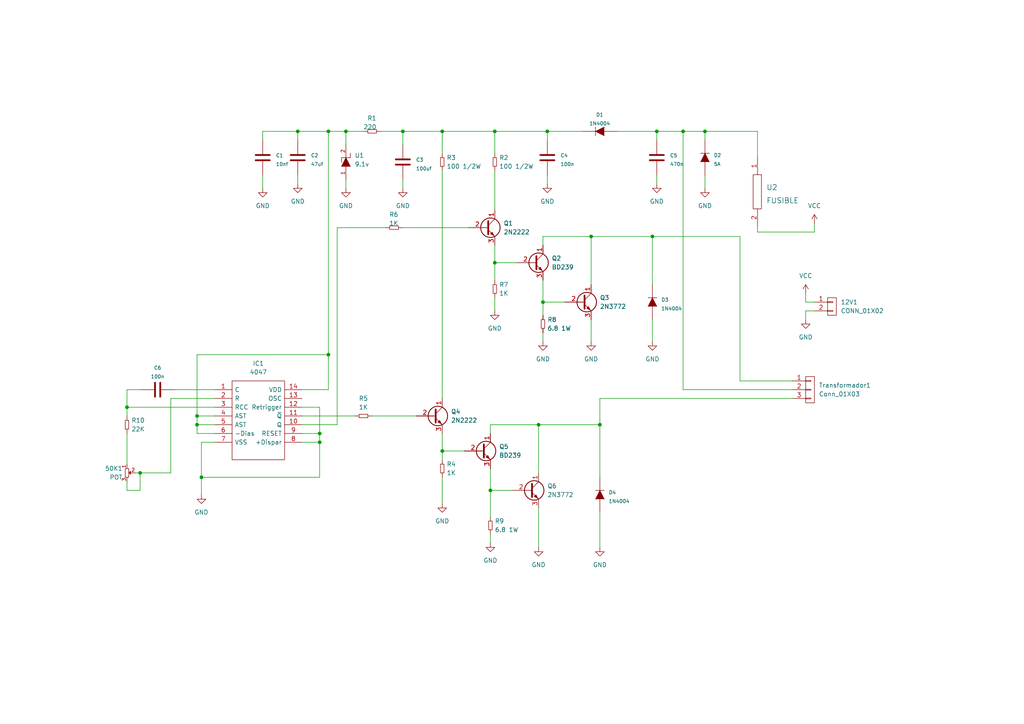
<source format=kicad_sch>
(kicad_sch (version 20211123) (generator eeschema)

  (uuid b0dde340-a387-4d65-b182-92cd28b4e748)

  (paper "A4")

  (lib_symbols
    (symbol "EESTN5:BC338" (pin_names (offset 0) hide) (in_bom yes) (on_board yes)
      (property "Reference" "Q" (id 0) (at 5.08 1.905 0)
        (effects (font (size 1.27 1.27)) (justify left))
      )
      (property "Value" "BC338" (id 1) (at 5.08 0 0)
        (effects (font (size 1.27 1.27)) (justify left))
      )
      (property "Footprint" "EESTN5:TO-92" (id 2) (at 5.08 -1.905 0)
        (effects (font (size 1.27 1.27) italic) (justify left) hide)
      )
      (property "Datasheet" "http://diotec.com/tl_files/diotec/files/pdf/datasheets/bc337" (id 3) (at 0 0 0)
        (effects (font (size 1.27 1.27)) (justify left) hide)
      )
      (property "ki_keywords" "NPN Transistor" (id 4) (at 0 0 0)
        (effects (font (size 1.27 1.27)) hide)
      )
      (property "ki_description" "25V Vce, 0.8A Ic, NPN, TO-92" (id 5) (at 0 0 0)
        (effects (font (size 1.27 1.27)) hide)
      )
      (property "ki_fp_filters" "TO?92*" (id 6) (at 0 0 0)
        (effects (font (size 1.27 1.27)) hide)
      )
      (symbol "BC338_0_1"
        (polyline
          (pts
            (xy 0 0)
            (xy 0.635 0)
          )
          (stroke (width 0) (type default) (color 0 0 0 0))
          (fill (type none))
        )
        (polyline
          (pts
            (xy 0.635 0.635)
            (xy 2.54 2.54)
          )
          (stroke (width 0) (type default) (color 0 0 0 0))
          (fill (type none))
        )
        (polyline
          (pts
            (xy 0.635 -0.635)
            (xy 2.54 -2.54)
            (xy 2.54 -2.54)
          )
          (stroke (width 0) (type default) (color 0 0 0 0))
          (fill (type none))
        )
        (polyline
          (pts
            (xy 0.635 1.905)
            (xy 0.635 -1.905)
            (xy 0.635 -1.905)
          )
          (stroke (width 0.508) (type default) (color 0 0 0 0))
          (fill (type none))
        )
        (polyline
          (pts
            (xy 1.27 -1.778)
            (xy 1.778 -1.27)
            (xy 2.286 -2.286)
            (xy 1.27 -1.778)
            (xy 1.27 -1.778)
          )
          (stroke (width 0) (type default) (color 0 0 0 0))
          (fill (type outline))
        )
        (circle (center 1.27 0) (radius 2.8194)
          (stroke (width 0.254) (type default) (color 0 0 0 0))
          (fill (type none))
        )
      )
      (symbol "BC338_1_1"
        (pin passive line (at 2.54 5.08 270) (length 2.54)
          (name "C" (effects (font (size 1.27 1.27))))
          (number "1" (effects (font (size 1.27 1.27))))
        )
        (pin input line (at -5.08 0 0) (length 5.08)
          (name "B" (effects (font (size 1.27 1.27))))
          (number "2" (effects (font (size 1.27 1.27))))
        )
        (pin passive line (at 2.54 -5.08 90) (length 2.54)
          (name "E" (effects (font (size 1.27 1.27))))
          (number "3" (effects (font (size 1.27 1.27))))
        )
      )
    )
    (symbol "EESTN5:C" (pin_numbers hide) (pin_names (offset 0.254)) (in_bom yes) (on_board yes)
      (property "Reference" "C" (id 0) (at 0 2.54 0)
        (effects (font (size 1.016 1.016)) (justify left))
      )
      (property "Value" "C" (id 1) (at 0.1524 -2.159 0)
        (effects (font (size 1.016 1.016)) (justify left))
      )
      (property "Footprint" "" (id 2) (at 0.9652 -3.81 0)
        (effects (font (size 0.762 0.762)))
      )
      (property "Datasheet" "" (id 3) (at 0 0 0)
        (effects (font (size 1.524 1.524)))
      )
      (property "ki_fp_filters" "C*" (id 4) (at 0 0 0)
        (effects (font (size 1.27 1.27)) hide)
      )
      (symbol "C_0_1"
        (polyline
          (pts
            (xy -2.032 -0.762)
            (xy 2.032 -0.762)
          )
          (stroke (width 0.508) (type default) (color 0 0 0 0))
          (fill (type none))
        )
        (polyline
          (pts
            (xy -2.032 0.762)
            (xy 2.032 0.762)
          )
          (stroke (width 0.508) (type default) (color 0 0 0 0))
          (fill (type none))
        )
      )
      (symbol "C_1_1"
        (pin passive line (at 0 5.08 270) (length 4.318)
          (name "~" (effects (font (size 1.016 1.016))))
          (number "1" (effects (font (size 1.016 1.016))))
        )
        (pin passive line (at 0 -5.08 90) (length 4.318)
          (name "~" (effects (font (size 1.016 1.016))))
          (number "2" (effects (font (size 1.016 1.016))))
        )
      )
    )
    (symbol "EESTN5:Conn_01X03" (pin_names (offset 1.016) hide) (in_bom yes) (on_board yes)
      (property "Reference" "J" (id 0) (at 0 5.08 0)
        (effects (font (size 1.27 1.27)))
      )
      (property "Value" "Conn_01X03" (id 1) (at 0 -5.08 0)
        (effects (font (size 1.27 1.27)))
      )
      (property "Footprint" "" (id 2) (at 0 0 0)
        (effects (font (size 1.27 1.27)) hide)
      )
      (property "Datasheet" "" (id 3) (at 0 0 0)
        (effects (font (size 1.27 1.27)) hide)
      )
      (property "ki_keywords" "connector" (id 4) (at 0 0 0)
        (effects (font (size 1.27 1.27)) hide)
      )
      (property "ki_description" "Connector, single row, 01x03, pin header" (id 5) (at 0 0 0)
        (effects (font (size 1.27 1.27)) hide)
      )
      (property "ki_fp_filters" "pin* header*" (id 6) (at 0 0 0)
        (effects (font (size 1.27 1.27)) hide)
      )
      (symbol "Conn_01X03_0_1"
        (rectangle (start -1.27 -2.413) (end 0.254 -2.667)
          (stroke (width 0) (type default) (color 0 0 0 0))
          (fill (type none))
        )
        (rectangle (start -1.27 0.127) (end 0.254 -0.127)
          (stroke (width 0) (type default) (color 0 0 0 0))
          (fill (type none))
        )
        (rectangle (start -1.27 2.667) (end 0.254 2.413)
          (stroke (width 0) (type default) (color 0 0 0 0))
          (fill (type none))
        )
        (rectangle (start -1.27 3.81) (end 1.27 -3.81)
          (stroke (width 0) (type default) (color 0 0 0 0))
          (fill (type none))
        )
      )
      (symbol "Conn_01X03_1_1"
        (pin passive line (at -5.08 2.54 0) (length 3.81)
          (name "P1" (effects (font (size 1.27 1.27))))
          (number "1" (effects (font (size 1.27 1.27))))
        )
        (pin passive line (at -5.08 0 0) (length 3.81)
          (name "P2" (effects (font (size 1.27 1.27))))
          (number "2" (effects (font (size 1.27 1.27))))
        )
        (pin passive line (at -5.08 -2.54 0) (length 3.81)
          (name "P3" (effects (font (size 1.27 1.27))))
          (number "3" (effects (font (size 1.27 1.27))))
        )
      )
    )
    (symbol "EESTN5:DIODE" (pin_numbers hide) (pin_names (offset 1.016) hide) (in_bom yes) (on_board yes)
      (property "Reference" "D" (id 0) (at 0 2.54 0)
        (effects (font (size 1.016 1.016)))
      )
      (property "Value" "DIODE" (id 1) (at 0 -2.54 0)
        (effects (font (size 1.016 1.016)))
      )
      (property "Footprint" "" (id 2) (at 0 0 0)
        (effects (font (size 1.524 1.524)))
      )
      (property "Datasheet" "" (id 3) (at 0 0 0)
        (effects (font (size 1.524 1.524)))
      )
      (property "ki_fp_filters" "D* S*" (id 4) (at 0 0 0)
        (effects (font (size 1.27 1.27)) hide)
      )
      (symbol "DIODE_0_1"
        (polyline
          (pts
            (xy 1.27 1.27)
            (xy 1.27 -1.27)
          )
          (stroke (width 0.1524) (type default) (color 0 0 0 0))
          (fill (type none))
        )
        (polyline
          (pts
            (xy -1.27 1.27)
            (xy 1.27 0)
            (xy -1.27 -1.27)
          )
          (stroke (width 0) (type default) (color 0 0 0 0))
          (fill (type outline))
        )
      )
      (symbol "DIODE_1_1"
        (pin passive line (at -5.08 0 0) (length 3.81)
          (name "A" (effects (font (size 1.016 1.016))))
          (number "1" (effects (font (size 1.016 1.016))))
        )
        (pin passive line (at 5.08 0 180) (length 3.81)
          (name "K" (effects (font (size 1.016 1.016))))
          (number "2" (effects (font (size 1.016 1.016))))
        )
      )
    )
    (symbol "EESTN5:FUSIBLE" (pin_names (offset 1.016)) (in_bom yes) (on_board yes)
      (property "Reference" "U" (id 0) (at 0.127 2.286 0)
        (effects (font (size 1.524 1.524)))
      )
      (property "Value" "FUSIBLE" (id 1) (at 0 0 0)
        (effects (font (size 1.524 1.524)))
      )
      (property "Footprint" "" (id 2) (at 0 0 0)
        (effects (font (size 1.524 1.524)) hide)
      )
      (property "Datasheet" "" (id 3) (at 0 0 0)
        (effects (font (size 1.524 1.524)) hide)
      )
      (symbol "FUSIBLE_0_1"
        (rectangle (start -4.699 1.27) (end 5.207 -1.143)
          (stroke (width 0) (type default) (color 0 0 0 0))
          (fill (type none))
        )
      )
      (symbol "FUSIBLE_1_1"
        (pin input line (at 10.287 0 180) (length 5.08)
          (name "~" (effects (font (size 1.27 1.27))))
          (number "1" (effects (font (size 1.27 1.27))))
        )
        (pin input line (at -9.779 0 0) (length 5.08)
          (name "~" (effects (font (size 1.27 1.27))))
          (number "2" (effects (font (size 1.27 1.27))))
        )
      )
    )
    (symbol "EESTN5:POT" (pin_names (offset 1.016) hide) (in_bom yes) (on_board yes)
      (property "Reference" "R" (id 0) (at 0 -1.27 0)
        (effects (font (size 1.27 1.27)))
      )
      (property "Value" "POT" (id 1) (at 0 -3.81 0)
        (effects (font (size 1.27 1.27)))
      )
      (property "Footprint" "" (id 2) (at 0 0 0)
        (effects (font (size 1.524 1.524)))
      )
      (property "Datasheet" "" (id 3) (at 0 0 0)
        (effects (font (size 1.524 1.524)))
      )
      (property "ki_keywords" "R" (id 4) (at 0 0 0)
        (effects (font (size 1.27 1.27)) hide)
      )
      (property "ki_description" "Trimmer" (id 5) (at 0 0 0)
        (effects (font (size 1.27 1.27)) hide)
      )
      (property "ki_fp_filters" "POT*" (id 6) (at 0 0 0)
        (effects (font (size 1.27 1.27)) hide)
      )
      (symbol "POT_0_0"
        (rectangle (start -1.27 0.508) (end 1.27 -0.508)
          (stroke (width 0) (type default) (color 0 0 0 0))
          (fill (type none))
        )
      )
      (symbol "POT_0_1"
        (polyline
          (pts
            (xy 0 0.508)
            (xy -0.508 1.016)
            (xy 0.508 1.016)
          )
          (stroke (width 0) (type default) (color 0 0 0 0))
          (fill (type outline))
        )
      )
      (symbol "POT_1_1"
        (pin passive line (at -2.54 0 0) (length 1.27)
          (name "1" (effects (font (size 1.016 1.016))))
          (number "1" (effects (font (size 1.016 1.016))))
        )
        (pin passive line (at 0 2.54 270) (length 1.524)
          (name "2" (effects (font (size 1.016 1.016))))
          (number "2" (effects (font (size 1.016 1.016))))
        )
        (pin passive line (at 2.54 0 180) (length 1.27)
          (name "3" (effects (font (size 1.016 1.016))))
          (number "3" (effects (font (size 1.016 1.016))))
        )
      )
    )
    (symbol "EESTN5:R" (pin_numbers hide) (pin_names (offset 0)) (in_bom yes) (on_board yes)
      (property "Reference" "R" (id 0) (at -1.27 0 90)
        (effects (font (size 1.27 1.27)))
      )
      (property "Value" "R" (id 1) (at 1.27 0 90)
        (effects (font (size 1.27 1.27)))
      )
      (property "Footprint" "" (id 2) (at 0 0 0)
        (effects (font (size 1.524 1.524)))
      )
      (property "Datasheet" "" (id 3) (at 0 0 0)
        (effects (font (size 1.524 1.524)))
      )
      (property "ki_description" "Resistor" (id 4) (at 0 0 0)
        (effects (font (size 1.27 1.27)) hide)
      )
      (property "ki_fp_filters" "RES* R_*" (id 5) (at 0 0 0)
        (effects (font (size 1.27 1.27)) hide)
      )
      (symbol "R_0_1"
        (rectangle (start 0.508 1.27) (end -0.508 -1.27)
          (stroke (width 0) (type default) (color 0 0 0 0))
          (fill (type none))
        )
      )
      (symbol "R_1_1"
        (pin passive line (at 0 2.54 270) (length 1.27)
          (name "~" (effects (font (size 1.524 1.524))))
          (number "1" (effects (font (size 1.524 1.524))))
        )
        (pin passive line (at 0 -2.54 90) (length 1.27)
          (name "~" (effects (font (size 1.524 1.524))))
          (number "2" (effects (font (size 1.524 1.524))))
        )
      )
    )
    (symbol "MacroLib2:4047" (pin_names (offset 0.762)) (in_bom yes) (on_board yes)
      (property "Reference" "IC" (id 0) (at -1.27 17.78 0)
        (effects (font (size 1.27 1.27)) (justify left))
      )
      (property "Value" "4047" (id 1) (at -2.54 13.97 0)
        (effects (font (size 1.27 1.27)) (justify left))
      )
      (property "Footprint" "" (id 2) (at -6.35 15.24 0)
        (effects (font (size 1.27 1.27)) (justify left) hide)
      )
      (property "Datasheet" "" (id 3) (at 10.16 21.59 0)
        (effects (font (size 1.27 1.27)) (justify left) hide)
      )
      (property "Description" "" (id 4) (at 21.59 15.24 0)
        (effects (font (size 1.27 1.27)) (justify left) hide)
      )
      (property "Height" "" (id 5) (at 8.89 3.81 0)
        (effects (font (size 1.27 1.27)) (justify left) hide)
      )
      (property "Manufacturer_Name" "" (id 6) (at 8.89 1.27 0)
        (effects (font (size 1.27 1.27)) (justify left) hide)
      )
      (property "Manufacturer_Part_Number" "" (id 7) (at 30.48 10.16 0)
        (effects (font (size 1.27 1.27)) (justify left) hide)
      )
      (property "Mouser Part Number" "" (id 8) (at 25.4 2.54 0)
        (effects (font (size 1.27 1.27)) (justify left) hide)
      )
      (property "Mouser Price/Stock" "" (id 9) (at 24.13 0 0)
        (effects (font (size 1.27 1.27)) (justify left) hide)
      )
      (property "Arrow Part Number" "" (id 10) (at 40.64 -3.81 0)
        (effects (font (size 1.27 1.27)) (justify left) hide)
      )
      (property "Arrow Price/Stock" "" (id 11) (at 22.86 -1.27 0)
        (effects (font (size 1.27 1.27)) (justify left) hide)
      )
      (symbol "4047_0_0"
        (pin passive line (at -12.7 8.89 0) (length 5.08)
          (name "C" (effects (font (size 1.27 1.27))))
          (number "1" (effects (font (size 1.27 1.27))))
        )
        (pin passive line (at 12.7 -1.27 180) (length 5.08)
          (name "Q" (effects (font (size 1.27 1.27))))
          (number "10" (effects (font (size 1.27 1.27))))
        )
        (pin passive line (at 12.7 1.27 180) (length 5.08)
          (name "~{Q}" (effects (font (size 1.27 1.27))))
          (number "11" (effects (font (size 1.27 1.27))))
        )
        (pin passive line (at 12.7 3.81 180) (length 5.08)
          (name "Retrigger" (effects (font (size 1.27 1.27))))
          (number "12" (effects (font (size 1.27 1.27))))
        )
        (pin passive line (at 12.7 6.35 180) (length 5.08)
          (name "OSC" (effects (font (size 1.27 1.27))))
          (number "13" (effects (font (size 1.27 1.27))))
        )
        (pin passive line (at 12.7 8.89 180) (length 5.08)
          (name "VDD" (effects (font (size 1.27 1.27))))
          (number "14" (effects (font (size 1.27 1.27))))
        )
        (pin passive line (at -12.7 6.35 0) (length 5.08)
          (name "R" (effects (font (size 1.27 1.27))))
          (number "2" (effects (font (size 1.27 1.27))))
        )
        (pin passive line (at -12.7 3.81 0) (length 5.08)
          (name "RCC" (effects (font (size 1.27 1.27))))
          (number "3" (effects (font (size 1.27 1.27))))
        )
        (pin passive line (at -12.7 1.27 0) (length 5.08)
          (name "AST" (effects (font (size 1.27 1.27))))
          (number "4" (effects (font (size 1.27 1.27))))
        )
        (pin passive line (at -12.7 -1.27 0) (length 5.08)
          (name "AST" (effects (font (size 1.27 1.27))))
          (number "5" (effects (font (size 1.27 1.27))))
        )
        (pin passive line (at -12.7 -3.81 0) (length 5.08)
          (name "-Dias" (effects (font (size 1.27 1.27))))
          (number "6" (effects (font (size 1.27 1.27))))
        )
        (pin passive line (at -12.7 -6.35 0) (length 5.08)
          (name "VSS" (effects (font (size 1.27 1.27))))
          (number "7" (effects (font (size 1.27 1.27))))
        )
        (pin passive line (at 12.7 -6.35 180) (length 5.08)
          (name "+Dispar" (effects (font (size 1.27 1.27))))
          (number "8" (effects (font (size 1.27 1.27))))
        )
        (pin passive line (at 12.7 -3.81 180) (length 5.08)
          (name "RESET" (effects (font (size 1.27 1.27))))
          (number "9" (effects (font (size 1.27 1.27))))
        )
      )
      (symbol "4047_0_1"
        (polyline
          (pts
            (xy -7.62 11.43)
            (xy 7.62 11.43)
            (xy 7.62 -11.43)
            (xy -7.62 -11.43)
            (xy -7.62 11.43)
          )
          (stroke (width 0.1524) (type default) (color 0 0 0 0))
          (fill (type none))
        )
      )
    )
    (symbol "MacroLib:CONN_01X02" (pin_names (offset 1.016) hide) (in_bom yes) (on_board yes)
      (property "Reference" "J" (id 0) (at -1.27 5.715 0)
        (effects (font (size 1.27 1.27)))
      )
      (property "Value" "CONN_01X02" (id 1) (at -0.635 3.81 0)
        (effects (font (size 1.27 1.27)))
      )
      (property "Footprint" "" (id 2) (at -1.27 5.715 0)
        (effects (font (size 1.27 1.27)) hide)
      )
      (property "Datasheet" "" (id 3) (at -1.27 5.715 0)
        (effects (font (size 1.27 1.27)) hide)
      )
      (symbol "CONN_01X02_1_1"
        (rectangle (start -1.27 -1.143) (end 0.254 -1.397)
          (stroke (width 0) (type default) (color 0 0 0 0))
          (fill (type none))
        )
        (rectangle (start -1.27 1.397) (end 0.254 1.143)
          (stroke (width 0) (type default) (color 0 0 0 0))
          (fill (type none))
        )
        (rectangle (start -1.27 2.54) (end 1.27 -2.54)
          (stroke (width 0) (type default) (color 0 0 0 0))
          (fill (type none))
        )
        (pin passive line (at -5.08 1.27 0) (length 3.81)
          (name "P1" (effects (font (size 1.27 1.27))))
          (number "1" (effects (font (size 1.27 1.27))))
        )
        (pin passive line (at -5.08 -1.27 0) (length 3.81)
          (name "P2" (effects (font (size 1.27 1.27))))
          (number "2" (effects (font (size 1.27 1.27))))
        )
      )
    )
    (symbol "MacroLib:ZENNER" (pin_names (offset 1.016) hide) (in_bom yes) (on_board yes)
      (property "Reference" "U" (id 0) (at 0 5.08 0)
        (effects (font (size 1.27 1.27)))
      )
      (property "Value" "ZENNER" (id 1) (at 0 2.54 0)
        (effects (font (size 1.27 1.27)))
      )
      (property "Footprint" "" (id 2) (at -1.27 5.08 0)
        (effects (font (size 1.27 1.27)) hide)
      )
      (property "Datasheet" "" (id 3) (at -1.27 5.08 0)
        (effects (font (size 1.27 1.27)) hide)
      )
      (symbol "ZENNER_0_1"
        (rectangle (start -1.27 -1.27) (end -1.27 -1.27)
          (stroke (width 0) (type default) (color 0 0 0 0))
          (fill (type none))
        )
        (rectangle (start -1.27 1.27) (end -1.27 -1.27)
          (stroke (width 0) (type default) (color 0 0 0 0))
          (fill (type none))
        )
        (rectangle (start 0 1.27) (end 0 1.27)
          (stroke (width 0) (type default) (color 0 0 0 0))
          (fill (type none))
        )
        (rectangle (start 1.27 -1.27) (end 2.54 -1.27)
          (stroke (width 0) (type default) (color 0 0 0 0))
          (fill (type none))
        )
        (rectangle (start 1.27 1.27) (end 0 1.27)
          (stroke (width 0) (type default) (color 0 0 0 0))
          (fill (type none))
        )
      )
      (symbol "ZENNER_1_1"
        (polyline
          (pts
            (xy 1.27 1.27)
            (xy 1.27 -1.27)
          )
          (stroke (width 0.1524) (type default) (color 0 0 0 0))
          (fill (type none))
        )
        (polyline
          (pts
            (xy -1.27 1.27)
            (xy 1.27 0)
            (xy -1.27 -1.27)
          )
          (stroke (width 0) (type default) (color 0 0 0 0))
          (fill (type outline))
        )
        (pin passive line (at -5.08 0 0) (length 3.81)
          (name "A" (effects (font (size 1.016 1.016))))
          (number "1" (effects (font (size 1.016 1.016))))
        )
        (pin passive line (at 5.08 0 180) (length 3.81)
          (name "K" (effects (font (size 1.016 1.016))))
          (number "2" (effects (font (size 1.016 1.016))))
        )
      )
    )
    (symbol "power:GND" (power) (pin_names (offset 0)) (in_bom yes) (on_board yes)
      (property "Reference" "#PWR" (id 0) (at 0 -6.35 0)
        (effects (font (size 1.27 1.27)) hide)
      )
      (property "Value" "GND" (id 1) (at 0 -3.81 0)
        (effects (font (size 1.27 1.27)))
      )
      (property "Footprint" "" (id 2) (at 0 0 0)
        (effects (font (size 1.27 1.27)) hide)
      )
      (property "Datasheet" "" (id 3) (at 0 0 0)
        (effects (font (size 1.27 1.27)) hide)
      )
      (property "ki_keywords" "power-flag" (id 4) (at 0 0 0)
        (effects (font (size 1.27 1.27)) hide)
      )
      (property "ki_description" "Power symbol creates a global label with name \"GND\" , ground" (id 5) (at 0 0 0)
        (effects (font (size 1.27 1.27)) hide)
      )
      (symbol "GND_0_1"
        (polyline
          (pts
            (xy 0 0)
            (xy 0 -1.27)
            (xy 1.27 -1.27)
            (xy 0 -2.54)
            (xy -1.27 -1.27)
            (xy 0 -1.27)
          )
          (stroke (width 0) (type default) (color 0 0 0 0))
          (fill (type none))
        )
      )
      (symbol "GND_1_1"
        (pin power_in line (at 0 0 270) (length 0) hide
          (name "GND" (effects (font (size 1.27 1.27))))
          (number "1" (effects (font (size 1.27 1.27))))
        )
      )
    )
    (symbol "power:VCC" (power) (pin_names (offset 0)) (in_bom yes) (on_board yes)
      (property "Reference" "#PWR" (id 0) (at 0 -3.81 0)
        (effects (font (size 1.27 1.27)) hide)
      )
      (property "Value" "VCC" (id 1) (at 0 3.81 0)
        (effects (font (size 1.27 1.27)))
      )
      (property "Footprint" "" (id 2) (at 0 0 0)
        (effects (font (size 1.27 1.27)) hide)
      )
      (property "Datasheet" "" (id 3) (at 0 0 0)
        (effects (font (size 1.27 1.27)) hide)
      )
      (property "ki_keywords" "power-flag" (id 4) (at 0 0 0)
        (effects (font (size 1.27 1.27)) hide)
      )
      (property "ki_description" "Power symbol creates a global label with name \"VCC\"" (id 5) (at 0 0 0)
        (effects (font (size 1.27 1.27)) hide)
      )
      (symbol "VCC_0_1"
        (polyline
          (pts
            (xy -0.762 1.27)
            (xy 0 2.54)
          )
          (stroke (width 0) (type default) (color 0 0 0 0))
          (fill (type none))
        )
        (polyline
          (pts
            (xy 0 0)
            (xy 0 2.54)
          )
          (stroke (width 0) (type default) (color 0 0 0 0))
          (fill (type none))
        )
        (polyline
          (pts
            (xy 0 2.54)
            (xy 0.762 1.27)
          )
          (stroke (width 0) (type default) (color 0 0 0 0))
          (fill (type none))
        )
      )
      (symbol "VCC_1_1"
        (pin power_in line (at 0 0 90) (length 0) hide
          (name "VCC" (effects (font (size 1.27 1.27))))
          (number "1" (effects (font (size 1.27 1.27))))
        )
      )
    )
  )

  (junction (at 142.24 142.24) (diameter 0) (color 0 0 0 0)
    (uuid 12d7e18c-643b-4d65-b10b-0f92425bf66c)
  )
  (junction (at 198.12 38.1) (diameter 0) (color 0 0 0 0)
    (uuid 133336ac-2b96-4c1a-ad30-64aa028c88c1)
  )
  (junction (at 57.15 120.65) (diameter 0) (color 0 0 0 0)
    (uuid 17226dc6-b86b-4674-8a18-1c379532a84c)
  )
  (junction (at 190.5 38.1) (diameter 0) (color 0 0 0 0)
    (uuid 194e7c0a-d6e0-4736-a172-98af5d0bc04a)
  )
  (junction (at 92.71 125.73) (diameter 0) (color 0 0 0 0)
    (uuid 1b7b23ee-8000-4b14-a3b2-17ae284c0539)
  )
  (junction (at 173.99 123.19) (diameter 0) (color 0 0 0 0)
    (uuid 1e54c160-ee1a-48c0-b597-c65f086a5c71)
  )
  (junction (at 171.45 68.58) (diameter 0) (color 0 0 0 0)
    (uuid 217e0702-f312-4f3b-a24b-6df1f4f570f1)
  )
  (junction (at 157.48 87.63) (diameter 0) (color 0 0 0 0)
    (uuid 2373b7ac-1919-47e2-a5ba-0e847ce575cb)
  )
  (junction (at 116.84 38.1) (diameter 0) (color 0 0 0 0)
    (uuid 3fb904bf-beb5-41d3-87cc-63fcf68672e8)
  )
  (junction (at 143.51 38.1) (diameter 0) (color 0 0 0 0)
    (uuid 4971279d-7eff-47e7-825f-10dd1b1aeaa5)
  )
  (junction (at 92.71 128.27) (diameter 0) (color 0 0 0 0)
    (uuid 50283fc0-9eaf-4886-9da5-7f90ea6ac351)
  )
  (junction (at 57.15 123.19) (diameter 0) (color 0 0 0 0)
    (uuid 682864b8-55b6-4bda-904f-05ecc88af266)
  )
  (junction (at 156.21 123.19) (diameter 0) (color 0 0 0 0)
    (uuid 6b5e7866-14a4-44dd-a71f-dcf1c6fbd21c)
  )
  (junction (at 158.75 38.1) (diameter 0) (color 0 0 0 0)
    (uuid 7a91bf2f-9420-4f85-ac60-75d14fc9c270)
  )
  (junction (at 95.25 102.87) (diameter 0) (color 0 0 0 0)
    (uuid 95676e6c-af42-4ee6-b75f-3d55f50230fd)
  )
  (junction (at 143.51 76.2) (diameter 0) (color 0 0 0 0)
    (uuid 9718a227-dea5-4d3d-87e8-39eaebd2ede0)
  )
  (junction (at 204.47 38.1) (diameter 0) (color 0 0 0 0)
    (uuid 9a4e5c6b-3f50-40d0-b4d4-3a58dc1f8aa5)
  )
  (junction (at 40.64 137.16) (diameter 0) (color 0 0 0 0)
    (uuid a18f4cc1-0c20-40e9-b82e-de3252e9ce5e)
  )
  (junction (at 189.23 68.58) (diameter 0) (color 0 0 0 0)
    (uuid a7fcf7d4-0928-4c4b-abc6-63c035570845)
  )
  (junction (at 95.25 38.1) (diameter 0) (color 0 0 0 0)
    (uuid bf1876f4-43a2-4409-ab7f-d987bb854c24)
  )
  (junction (at 128.27 38.1) (diameter 0) (color 0 0 0 0)
    (uuid c08eaf46-8d38-4a72-b47a-70ad6753bcc2)
  )
  (junction (at 100.33 38.1) (diameter 0) (color 0 0 0 0)
    (uuid c7684f41-35bb-4f07-88b6-e88836e4c0a6)
  )
  (junction (at 86.36 38.1) (diameter 0) (color 0 0 0 0)
    (uuid d15a62bb-9aea-48ec-b6f9-7a70960d2fd3)
  )
  (junction (at 36.83 118.11) (diameter 0) (color 0 0 0 0)
    (uuid dac7dd8a-c24d-4365-8b43-14ce08eb6280)
  )
  (junction (at 58.42 138.43) (diameter 0) (color 0 0 0 0)
    (uuid e405a148-9310-4c3b-a33b-880d1debee2b)
  )
  (junction (at 128.27 130.81) (diameter 0) (color 0 0 0 0)
    (uuid fa8fafcc-064e-42e2-b399-a27930459c47)
  )

  (wire (pts (xy 204.47 40.64) (xy 204.47 38.1))
    (stroke (width 0) (type default) (color 0 0 0 0))
    (uuid 03b696c3-bd5b-4bc8-9b8e-86b115dfeb7a)
  )
  (wire (pts (xy 97.79 123.19) (xy 97.79 66.04))
    (stroke (width 0) (type default) (color 0 0 0 0))
    (uuid 060ac120-b34e-4fa3-8e63-bec1a6e16b9a)
  )
  (wire (pts (xy 50.8 113.03) (xy 62.23 113.03))
    (stroke (width 0) (type default) (color 0 0 0 0))
    (uuid 063e70d2-5254-474e-82fb-35f787303543)
  )
  (wire (pts (xy 92.71 118.11) (xy 92.71 125.73))
    (stroke (width 0) (type default) (color 0 0 0 0))
    (uuid 0964ed35-9df4-4968-b6b8-5e4e43221c2d)
  )
  (wire (pts (xy 156.21 147.32) (xy 156.21 158.75))
    (stroke (width 0) (type default) (color 0 0 0 0))
    (uuid 09767700-010b-4194-9fd1-2d0b1ccc77b1)
  )
  (wire (pts (xy 92.71 128.27) (xy 92.71 138.43))
    (stroke (width 0) (type default) (color 0 0 0 0))
    (uuid 108d92a9-144c-43f0-8fd0-1c36043bee82)
  )
  (wire (pts (xy 62.23 115.57) (xy 49.53 115.57))
    (stroke (width 0) (type default) (color 0 0 0 0))
    (uuid 125d5183-d38d-400c-aa78-87317d8a195a)
  )
  (wire (pts (xy 87.63 120.65) (xy 102.87 120.65))
    (stroke (width 0) (type default) (color 0 0 0 0))
    (uuid 14665bdd-57e9-4dd5-98b7-44df1986061a)
  )
  (wire (pts (xy 143.51 38.1) (xy 158.75 38.1))
    (stroke (width 0) (type default) (color 0 0 0 0))
    (uuid 199a1959-c589-4b2c-a79e-d3aa64873b11)
  )
  (wire (pts (xy 87.63 128.27) (xy 92.71 128.27))
    (stroke (width 0) (type default) (color 0 0 0 0))
    (uuid 1b5f2822-48be-499e-b15a-8c8cde5f8890)
  )
  (wire (pts (xy 116.84 38.1) (xy 128.27 38.1))
    (stroke (width 0) (type default) (color 0 0 0 0))
    (uuid 1bf5b5a2-a643-4548-aec0-b7c8c22ecded)
  )
  (wire (pts (xy 214.63 110.49) (xy 214.63 68.58))
    (stroke (width 0) (type default) (color 0 0 0 0))
    (uuid 1dbe9c17-1163-40b6-915c-ed655023a3d2)
  )
  (wire (pts (xy 87.63 113.03) (xy 95.25 113.03))
    (stroke (width 0) (type default) (color 0 0 0 0))
    (uuid 1fb9c896-987a-4bba-966c-edf77e6cecf0)
  )
  (wire (pts (xy 204.47 50.8) (xy 204.47 54.61))
    (stroke (width 0) (type default) (color 0 0 0 0))
    (uuid 2091d154-5b38-4762-88e7-580c7c5128c8)
  )
  (wire (pts (xy 86.36 50.8) (xy 86.36 53.34))
    (stroke (width 0) (type default) (color 0 0 0 0))
    (uuid 25684b8d-794d-42a5-9fb1-af63838607c1)
  )
  (wire (pts (xy 95.25 102.87) (xy 95.25 38.1))
    (stroke (width 0) (type default) (color 0 0 0 0))
    (uuid 259b4ff6-fa67-449c-b0aa-66cfe7c72d05)
  )
  (wire (pts (xy 173.99 123.19) (xy 156.21 123.19))
    (stroke (width 0) (type default) (color 0 0 0 0))
    (uuid 26d8bac9-85d6-4ed5-a79f-e90a2ee9a0d9)
  )
  (wire (pts (xy 157.48 87.63) (xy 163.83 87.63))
    (stroke (width 0) (type default) (color 0 0 0 0))
    (uuid 2805bd84-7bb6-49f6-a1d8-560b913c469f)
  )
  (wire (pts (xy 97.79 66.04) (xy 111.76 66.04))
    (stroke (width 0) (type default) (color 0 0 0 0))
    (uuid 288cfb00-bcc1-4e8d-a006-ba070f12efdc)
  )
  (wire (pts (xy 198.12 113.03) (xy 229.87 113.03))
    (stroke (width 0) (type default) (color 0 0 0 0))
    (uuid 2a9e22bb-e6c8-4935-8e3e-65515759821b)
  )
  (wire (pts (xy 229.87 115.57) (xy 173.99 115.57))
    (stroke (width 0) (type default) (color 0 0 0 0))
    (uuid 2f199de4-f16e-47fc-8601-4b56ceebba05)
  )
  (wire (pts (xy 36.83 125.73) (xy 36.83 134.62))
    (stroke (width 0) (type default) (color 0 0 0 0))
    (uuid 32239bdd-46e8-422b-8825-c832f56db22e)
  )
  (wire (pts (xy 86.36 38.1) (xy 86.36 40.64))
    (stroke (width 0) (type default) (color 0 0 0 0))
    (uuid 3e23a998-1b38-4c32-8f9f-f58a8e99834d)
  )
  (wire (pts (xy 157.48 96.52) (xy 157.48 99.06))
    (stroke (width 0) (type default) (color 0 0 0 0))
    (uuid 3e928d2f-d391-4e42-8f1e-452eb0c2c4d9)
  )
  (wire (pts (xy 189.23 82.55) (xy 189.23 68.58))
    (stroke (width 0) (type default) (color 0 0 0 0))
    (uuid 3f140a4d-f8de-4cae-944f-22b8d35c8811)
  )
  (wire (pts (xy 219.71 67.31) (xy 236.22 67.31))
    (stroke (width 0) (type default) (color 0 0 0 0))
    (uuid 3ff94989-cb65-40fb-a49e-71cc1117a534)
  )
  (wire (pts (xy 100.33 38.1) (xy 105.41 38.1))
    (stroke (width 0) (type default) (color 0 0 0 0))
    (uuid 412cb710-5b72-4a5a-8450-48a2667497d6)
  )
  (wire (pts (xy 128.27 49.53) (xy 128.27 115.57))
    (stroke (width 0) (type default) (color 0 0 0 0))
    (uuid 43c5690c-5599-43e5-8a20-36dcb64464cd)
  )
  (wire (pts (xy 128.27 130.81) (xy 128.27 133.35))
    (stroke (width 0) (type default) (color 0 0 0 0))
    (uuid 459de9de-c5b7-4bec-a493-52b21ddd2ba2)
  )
  (wire (pts (xy 58.42 138.43) (xy 58.42 128.27))
    (stroke (width 0) (type default) (color 0 0 0 0))
    (uuid 46e94355-73c6-4a8f-8ba7-288b2e7e6fdb)
  )
  (wire (pts (xy 116.84 38.1) (xy 116.84 41.91))
    (stroke (width 0) (type default) (color 0 0 0 0))
    (uuid 487b044d-d91a-4e27-a58b-5b29f50d1eed)
  )
  (wire (pts (xy 62.23 120.65) (xy 57.15 120.65))
    (stroke (width 0) (type default) (color 0 0 0 0))
    (uuid 4ac5ffc0-6cfd-4c37-96fb-ea5e126c97c5)
  )
  (wire (pts (xy 49.53 137.16) (xy 40.64 137.16))
    (stroke (width 0) (type default) (color 0 0 0 0))
    (uuid 4caedb92-2dc2-4a93-85ca-69a9a884874d)
  )
  (wire (pts (xy 198.12 38.1) (xy 190.5 38.1))
    (stroke (width 0) (type default) (color 0 0 0 0))
    (uuid 4ce1a816-40ef-4ae6-8df3-d4ac255f03ec)
  )
  (wire (pts (xy 219.71 65.659) (xy 219.71 67.31))
    (stroke (width 0) (type default) (color 0 0 0 0))
    (uuid 4de2a2f0-228e-4a24-ba13-dcf5c3a33b76)
  )
  (wire (pts (xy 173.99 148.59) (xy 173.99 158.75))
    (stroke (width 0) (type default) (color 0 0 0 0))
    (uuid 51bd642d-21e4-4af1-ab7c-5989da6653fb)
  )
  (wire (pts (xy 128.27 130.81) (xy 134.62 130.81))
    (stroke (width 0) (type default) (color 0 0 0 0))
    (uuid 522bbb8b-eacf-46a3-96a9-d22ac88ea8eb)
  )
  (wire (pts (xy 87.63 118.11) (xy 92.71 118.11))
    (stroke (width 0) (type default) (color 0 0 0 0))
    (uuid 52a34031-4b23-4784-a400-6f86e8e20748)
  )
  (wire (pts (xy 36.83 142.24) (xy 40.64 142.24))
    (stroke (width 0) (type default) (color 0 0 0 0))
    (uuid 52e205e0-ac7a-489a-8726-8f8772b36ed7)
  )
  (wire (pts (xy 158.75 38.1) (xy 158.75 40.64))
    (stroke (width 0) (type default) (color 0 0 0 0))
    (uuid 54e64d20-2b07-4bc0-9a4c-1c34079ecb62)
  )
  (wire (pts (xy 116.84 52.07) (xy 116.84 54.61))
    (stroke (width 0) (type default) (color 0 0 0 0))
    (uuid 594cfb47-42ed-4252-9bcc-70ead5be481c)
  )
  (wire (pts (xy 76.2 38.1) (xy 86.36 38.1))
    (stroke (width 0) (type default) (color 0 0 0 0))
    (uuid 59be92c4-51b1-400e-b6a8-ee91d9ebc4ef)
  )
  (wire (pts (xy 57.15 123.19) (xy 62.23 123.19))
    (stroke (width 0) (type default) (color 0 0 0 0))
    (uuid 5bd8516a-ca95-431a-864b-6962cdf325c4)
  )
  (wire (pts (xy 142.24 125.73) (xy 142.24 123.19))
    (stroke (width 0) (type default) (color 0 0 0 0))
    (uuid 5c10820d-7093-4be3-8259-96b127a151e4)
  )
  (wire (pts (xy 87.63 123.19) (xy 97.79 123.19))
    (stroke (width 0) (type default) (color 0 0 0 0))
    (uuid 5c68cbfe-e24f-482f-836a-7e414cb4e9a8)
  )
  (wire (pts (xy 76.2 50.8) (xy 76.2 54.61))
    (stroke (width 0) (type default) (color 0 0 0 0))
    (uuid 5e713bc9-8919-464d-b6a1-8a95d895caa2)
  )
  (wire (pts (xy 189.23 68.58) (xy 171.45 68.58))
    (stroke (width 0) (type default) (color 0 0 0 0))
    (uuid 5fe33d2a-fd1d-47f8-9444-136d24f7c548)
  )
  (wire (pts (xy 86.36 38.1) (xy 95.25 38.1))
    (stroke (width 0) (type default) (color 0 0 0 0))
    (uuid 6094dad9-137f-4c31-aac8-32aec8d57f37)
  )
  (wire (pts (xy 142.24 135.89) (xy 142.24 142.24))
    (stroke (width 0) (type default) (color 0 0 0 0))
    (uuid 61642e67-a04e-4314-992c-3ddc87a2aace)
  )
  (wire (pts (xy 57.15 123.19) (xy 57.15 125.73))
    (stroke (width 0) (type default) (color 0 0 0 0))
    (uuid 62bf9518-3c49-41dd-8f33-8fefa6638b7e)
  )
  (wire (pts (xy 236.22 87.63) (xy 233.68 87.63))
    (stroke (width 0) (type default) (color 0 0 0 0))
    (uuid 6c81d946-dddb-43bb-812f-29e97912864e)
  )
  (wire (pts (xy 158.75 38.1) (xy 168.91 38.1))
    (stroke (width 0) (type default) (color 0 0 0 0))
    (uuid 73bbbaad-22e1-41bb-bea8-085bc26a6927)
  )
  (wire (pts (xy 57.15 120.65) (xy 57.15 102.87))
    (stroke (width 0) (type default) (color 0 0 0 0))
    (uuid 77ffafe3-5d2a-493e-9860-1e600f933cb9)
  )
  (wire (pts (xy 143.51 71.12) (xy 143.51 76.2))
    (stroke (width 0) (type default) (color 0 0 0 0))
    (uuid 7c2a68e4-0065-47ee-9e57-6b543efa24d5)
  )
  (wire (pts (xy 36.83 113.03) (xy 40.64 113.03))
    (stroke (width 0) (type default) (color 0 0 0 0))
    (uuid 7c7903c3-60a9-464c-9314-449e1bccb399)
  )
  (wire (pts (xy 143.51 76.2) (xy 143.51 81.28))
    (stroke (width 0) (type default) (color 0 0 0 0))
    (uuid 7cd7b856-a7e3-4bf3-9a45-187613d09c3f)
  )
  (wire (pts (xy 128.27 138.43) (xy 128.27 146.05))
    (stroke (width 0) (type default) (color 0 0 0 0))
    (uuid 7d3b9526-e545-4406-bcd9-51bf00fc2e76)
  )
  (wire (pts (xy 229.87 110.49) (xy 214.63 110.49))
    (stroke (width 0) (type default) (color 0 0 0 0))
    (uuid 7dc6ba15-df19-4147-830e-335123b66794)
  )
  (wire (pts (xy 87.63 125.73) (xy 92.71 125.73))
    (stroke (width 0) (type default) (color 0 0 0 0))
    (uuid 7f071936-56a2-4b06-8dbb-529a402a501b)
  )
  (wire (pts (xy 157.48 87.63) (xy 157.48 91.44))
    (stroke (width 0) (type default) (color 0 0 0 0))
    (uuid 81627d0b-465f-4ac3-9df3-0384ca797db2)
  )
  (wire (pts (xy 157.48 71.12) (xy 157.48 68.58))
    (stroke (width 0) (type default) (color 0 0 0 0))
    (uuid 85bb6d15-7a07-4bfa-93d2-07726b8e3460)
  )
  (wire (pts (xy 156.21 123.19) (xy 156.21 137.16))
    (stroke (width 0) (type default) (color 0 0 0 0))
    (uuid 85f2690c-1bd2-465e-9a2b-b544217b991c)
  )
  (wire (pts (xy 57.15 125.73) (xy 62.23 125.73))
    (stroke (width 0) (type default) (color 0 0 0 0))
    (uuid 874f7470-40ed-442d-b5ac-0c4d18c4eeba)
  )
  (wire (pts (xy 92.71 128.27) (xy 92.71 125.73))
    (stroke (width 0) (type default) (color 0 0 0 0))
    (uuid 8a4a936b-d526-4640-953a-505829cf5d7b)
  )
  (wire (pts (xy 158.75 50.8) (xy 158.75 53.34))
    (stroke (width 0) (type default) (color 0 0 0 0))
    (uuid 8b8c2918-7d63-4865-8254-e03b33f011b0)
  )
  (wire (pts (xy 190.5 50.8) (xy 190.5 53.34))
    (stroke (width 0) (type default) (color 0 0 0 0))
    (uuid 8ec32197-3bc1-4869-9291-07be6abf1631)
  )
  (wire (pts (xy 233.68 90.17) (xy 233.68 92.71))
    (stroke (width 0) (type default) (color 0 0 0 0))
    (uuid 90f6379d-c4b8-4a0a-8002-11cb89512642)
  )
  (wire (pts (xy 128.27 125.73) (xy 128.27 130.81))
    (stroke (width 0) (type default) (color 0 0 0 0))
    (uuid 90fbdc6c-3543-4b85-8e09-6892912a2edc)
  )
  (wire (pts (xy 49.53 115.57) (xy 49.53 137.16))
    (stroke (width 0) (type default) (color 0 0 0 0))
    (uuid 92d31f42-ad06-47ac-be72-f1fc9a6bd387)
  )
  (wire (pts (xy 95.25 113.03) (xy 95.25 102.87))
    (stroke (width 0) (type default) (color 0 0 0 0))
    (uuid 99ad8273-9c70-4032-95db-9d2661f74644)
  )
  (wire (pts (xy 171.45 68.58) (xy 171.45 82.55))
    (stroke (width 0) (type default) (color 0 0 0 0))
    (uuid 9a1c1430-ac75-4161-b4cf-f77ed0f5eb85)
  )
  (wire (pts (xy 40.64 137.16) (xy 39.37 137.16))
    (stroke (width 0) (type default) (color 0 0 0 0))
    (uuid 9ab4c6b5-4f70-46e6-bf22-b28dcafb99f7)
  )
  (wire (pts (xy 179.07 38.1) (xy 190.5 38.1))
    (stroke (width 0) (type default) (color 0 0 0 0))
    (uuid 9b40c76a-412b-4246-8c6f-e98d49fec268)
  )
  (wire (pts (xy 236.22 90.17) (xy 233.68 90.17))
    (stroke (width 0) (type default) (color 0 0 0 0))
    (uuid 9ca92eeb-9f4f-46da-b5ef-ada902f43b0e)
  )
  (wire (pts (xy 116.84 66.04) (xy 135.89 66.04))
    (stroke (width 0) (type default) (color 0 0 0 0))
    (uuid 9cd739ad-88e3-49d7-bd8b-6603db52c2f2)
  )
  (wire (pts (xy 57.15 120.65) (xy 57.15 123.19))
    (stroke (width 0) (type default) (color 0 0 0 0))
    (uuid 9d49e0c2-71b2-4cc6-9f73-d8313755c9e5)
  )
  (wire (pts (xy 100.33 38.1) (xy 100.33 41.91))
    (stroke (width 0) (type default) (color 0 0 0 0))
    (uuid 9ec4bf15-cfc2-4308-91c4-9b5d2bb76806)
  )
  (wire (pts (xy 204.47 38.1) (xy 198.12 38.1))
    (stroke (width 0) (type default) (color 0 0 0 0))
    (uuid a418947b-ad59-4f15-884c-84d72d44d1de)
  )
  (wire (pts (xy 173.99 138.43) (xy 173.99 123.19))
    (stroke (width 0) (type default) (color 0 0 0 0))
    (uuid a5eaf0a6-b6b0-4520-b0ea-4b413b956d37)
  )
  (wire (pts (xy 36.83 120.65) (xy 36.83 118.11))
    (stroke (width 0) (type default) (color 0 0 0 0))
    (uuid aab9db27-3c8b-44d1-8fbf-ff46ed1e23c6)
  )
  (wire (pts (xy 219.71 38.1) (xy 219.71 45.593))
    (stroke (width 0) (type default) (color 0 0 0 0))
    (uuid b16a2252-89fc-4834-a730-f04ff5ac5e9a)
  )
  (wire (pts (xy 142.24 123.19) (xy 156.21 123.19))
    (stroke (width 0) (type default) (color 0 0 0 0))
    (uuid b20094cd-8285-4509-96b2-799a30b06e2a)
  )
  (wire (pts (xy 143.51 86.36) (xy 143.51 90.17))
    (stroke (width 0) (type default) (color 0 0 0 0))
    (uuid b3571221-5bc2-4ef9-b9e6-27a51abaf20e)
  )
  (wire (pts (xy 219.71 38.1) (xy 204.47 38.1))
    (stroke (width 0) (type default) (color 0 0 0 0))
    (uuid b5fcc3d8-73d8-4e93-8add-7a421f59260e)
  )
  (wire (pts (xy 58.42 128.27) (xy 62.23 128.27))
    (stroke (width 0) (type default) (color 0 0 0 0))
    (uuid b71ab4f3-0983-49c1-bf07-ea11ad26dbef)
  )
  (wire (pts (xy 236.22 64.77) (xy 236.22 67.31))
    (stroke (width 0) (type default) (color 0 0 0 0))
    (uuid bcfc91ce-f499-495c-87d0-b75df288c7d4)
  )
  (wire (pts (xy 142.24 154.94) (xy 142.24 157.48))
    (stroke (width 0) (type default) (color 0 0 0 0))
    (uuid bd2e128d-2145-4a33-9358-20a58c6b6230)
  )
  (wire (pts (xy 142.24 142.24) (xy 142.24 149.86))
    (stroke (width 0) (type default) (color 0 0 0 0))
    (uuid bfed779d-1e0b-4fa7-b46d-4b6c2979f98a)
  )
  (wire (pts (xy 233.68 87.63) (xy 233.68 85.09))
    (stroke (width 0) (type default) (color 0 0 0 0))
    (uuid c1af0a61-f44b-4b68-a8f0-01e15e353d8c)
  )
  (wire (pts (xy 36.83 118.11) (xy 36.83 113.03))
    (stroke (width 0) (type default) (color 0 0 0 0))
    (uuid c6d3c14f-cf12-4f67-8664-c8b26780458f)
  )
  (wire (pts (xy 143.51 38.1) (xy 143.51 44.45))
    (stroke (width 0) (type default) (color 0 0 0 0))
    (uuid cfbbda38-2d8c-4fd7-aa52-f0fc15f3e2a3)
  )
  (wire (pts (xy 36.83 118.11) (xy 62.23 118.11))
    (stroke (width 0) (type default) (color 0 0 0 0))
    (uuid cfd5041d-6986-4531-b44e-e2856b11a9cc)
  )
  (wire (pts (xy 58.42 138.43) (xy 58.42 143.51))
    (stroke (width 0) (type default) (color 0 0 0 0))
    (uuid d31f5726-2aa8-46c9-bc68-3f27de5738f1)
  )
  (wire (pts (xy 128.27 38.1) (xy 143.51 38.1))
    (stroke (width 0) (type default) (color 0 0 0 0))
    (uuid d361b6af-06fc-4a38-ba24-74395dd688e4)
  )
  (wire (pts (xy 110.49 38.1) (xy 116.84 38.1))
    (stroke (width 0) (type default) (color 0 0 0 0))
    (uuid d5dc56fa-5e2e-4b58-8ab3-73abc90927e4)
  )
  (wire (pts (xy 157.48 68.58) (xy 171.45 68.58))
    (stroke (width 0) (type default) (color 0 0 0 0))
    (uuid d64c3e92-28ee-4e06-b18d-63c210509b21)
  )
  (wire (pts (xy 157.48 81.28) (xy 157.48 87.63))
    (stroke (width 0) (type default) (color 0 0 0 0))
    (uuid db436aed-fa73-4625-8c0b-2e629b173c29)
  )
  (wire (pts (xy 143.51 49.53) (xy 143.51 60.96))
    (stroke (width 0) (type default) (color 0 0 0 0))
    (uuid dca9c09e-cde8-4879-aaa4-22d51756d482)
  )
  (wire (pts (xy 198.12 38.1) (xy 198.12 113.03))
    (stroke (width 0) (type default) (color 0 0 0 0))
    (uuid dcf03054-85bb-409a-95f8-42ff856cd501)
  )
  (wire (pts (xy 190.5 38.1) (xy 190.5 40.64))
    (stroke (width 0) (type default) (color 0 0 0 0))
    (uuid e23884df-e6d7-40b4-864a-00afee4c4c81)
  )
  (wire (pts (xy 128.27 38.1) (xy 128.27 44.45))
    (stroke (width 0) (type default) (color 0 0 0 0))
    (uuid e24f8824-1e3f-48ba-b9b5-cf6ec7fca9b8)
  )
  (wire (pts (xy 107.95 120.65) (xy 120.65 120.65))
    (stroke (width 0) (type default) (color 0 0 0 0))
    (uuid e5366378-4477-49a0-b3e9-9269ee09d84e)
  )
  (wire (pts (xy 40.64 142.24) (xy 40.64 137.16))
    (stroke (width 0) (type default) (color 0 0 0 0))
    (uuid e5becc74-1588-49b1-ba21-1fd131093bff)
  )
  (wire (pts (xy 189.23 68.58) (xy 214.63 68.58))
    (stroke (width 0) (type default) (color 0 0 0 0))
    (uuid e6d2f168-7847-4ad4-8f44-9f70ebcf09e9)
  )
  (wire (pts (xy 57.15 102.87) (xy 95.25 102.87))
    (stroke (width 0) (type default) (color 0 0 0 0))
    (uuid edf1c336-d16f-454e-b29d-c6e17e6183c9)
  )
  (wire (pts (xy 189.23 92.71) (xy 189.23 99.06))
    (stroke (width 0) (type default) (color 0 0 0 0))
    (uuid f20c87c6-2e96-4333-9204-ee0a89ca1060)
  )
  (wire (pts (xy 76.2 40.64) (xy 76.2 38.1))
    (stroke (width 0) (type default) (color 0 0 0 0))
    (uuid f328c4c7-3017-40fa-87b3-0378bca8f35b)
  )
  (wire (pts (xy 173.99 115.57) (xy 173.99 123.19))
    (stroke (width 0) (type default) (color 0 0 0 0))
    (uuid f4fff298-89ef-43df-8ecf-0e687567e33c)
  )
  (wire (pts (xy 143.51 76.2) (xy 149.86 76.2))
    (stroke (width 0) (type default) (color 0 0 0 0))
    (uuid f5461278-89fa-411a-9684-3f774ad458ff)
  )
  (wire (pts (xy 142.24 142.24) (xy 148.59 142.24))
    (stroke (width 0) (type default) (color 0 0 0 0))
    (uuid f7f4e5df-711d-49e4-bd8f-5836ec481bf7)
  )
  (wire (pts (xy 95.25 38.1) (xy 100.33 38.1))
    (stroke (width 0) (type default) (color 0 0 0 0))
    (uuid fa59232d-5c77-4345-b4fd-e9b8dfe92043)
  )
  (wire (pts (xy 100.33 52.07) (xy 100.33 54.61))
    (stroke (width 0) (type default) (color 0 0 0 0))
    (uuid fafca9a5-a666-4f22-9302-32b420a97177)
  )
  (wire (pts (xy 92.71 138.43) (xy 58.42 138.43))
    (stroke (width 0) (type default) (color 0 0 0 0))
    (uuid fc96107a-e7d4-4530-b881-f179642a0f13)
  )
  (wire (pts (xy 36.83 139.7) (xy 36.83 142.24))
    (stroke (width 0) (type default) (color 0 0 0 0))
    (uuid fd64c6ee-1462-46de-830a-9757d34ca317)
  )
  (wire (pts (xy 171.45 92.71) (xy 171.45 99.06))
    (stroke (width 0) (type default) (color 0 0 0 0))
    (uuid fef9d145-f7f6-47cd-9d1f-e5c335855eff)
  )

  (symbol (lib_id "power:GND") (at 116.84 54.61 0) (unit 1)
    (in_bom yes) (on_board yes) (fields_autoplaced)
    (uuid 02792ab5-d4f7-4c06-a288-57a3b14c232f)
    (property "Reference" "#PWR0109" (id 0) (at 116.84 60.96 0)
      (effects (font (size 1.27 1.27)) hide)
    )
    (property "Value" "GND" (id 1) (at 116.84 59.69 0))
    (property "Footprint" "" (id 2) (at 116.84 54.61 0)
      (effects (font (size 1.27 1.27)) hide)
    )
    (property "Datasheet" "" (id 3) (at 116.84 54.61 0)
      (effects (font (size 1.27 1.27)) hide)
    )
    (pin "1" (uuid 9063c259-9dbb-4504-b1b1-0d00f933bb44))
  )

  (symbol (lib_id "EESTN5:DIODE") (at 204.47 45.72 90) (unit 1)
    (in_bom yes) (on_board yes) (fields_autoplaced)
    (uuid 06a441e5-6e8e-4ba5-9c18-150137d3dbfa)
    (property "Reference" "D2" (id 0) (at 207.01 45.0469 90)
      (effects (font (size 1.016 1.016)) (justify right))
    )
    (property "Value" "5A" (id 1) (at 207.01 47.5869 90)
      (effects (font (size 1.016 1.016)) (justify right))
    )
    (property "Footprint" "EESTN5:DO-41" (id 2) (at 204.47 45.72 0)
      (effects (font (size 1.524 1.524)) hide)
    )
    (property "Datasheet" "" (id 3) (at 204.47 45.72 0)
      (effects (font (size 1.524 1.524)))
    )
    (pin "1" (uuid 5a2b1ba1-a9e0-4135-b27a-d29a46d4d73b))
    (pin "2" (uuid 85a13e69-25d1-4071-8da0-ab1fa72d8c5a))
  )

  (symbol (lib_id "EESTN5:R") (at 105.41 120.65 90) (unit 1)
    (in_bom yes) (on_board yes) (fields_autoplaced)
    (uuid 09d1d032-928b-4f85-b11e-614549ad3643)
    (property "Reference" "R5" (id 0) (at 105.41 115.57 90))
    (property "Value" "1K" (id 1) (at 105.41 118.11 90))
    (property "Footprint" "EESTN5:RES0.3" (id 2) (at 105.41 120.65 0)
      (effects (font (size 1.524 1.524)) hide)
    )
    (property "Datasheet" "" (id 3) (at 105.41 120.65 0)
      (effects (font (size 1.524 1.524)))
    )
    (pin "1" (uuid c68d2dfa-b8b1-4a84-8efe-ee289d35325f))
    (pin "2" (uuid 24569ac2-72f0-4b38-a963-25c77d0ab3ea))
  )

  (symbol (lib_id "MacroLib:ZENNER") (at 100.33 46.99 90) (unit 1)
    (in_bom yes) (on_board yes) (fields_autoplaced)
    (uuid 0aafbbc1-2081-4346-a3c5-53ee97276ff6)
    (property "Reference" "U1" (id 0) (at 102.87 45.0849 90)
      (effects (font (size 1.27 1.27)) (justify right))
    )
    (property "Value" "9.1v" (id 1) (at 102.87 47.6249 90)
      (effects (font (size 1.27 1.27)) (justify right))
    )
    (property "Footprint" "EESTN5:DO-41" (id 2) (at 95.25 48.26 0)
      (effects (font (size 1.27 1.27)) hide)
    )
    (property "Datasheet" "" (id 3) (at 95.25 48.26 0)
      (effects (font (size 1.27 1.27)) hide)
    )
    (pin "1" (uuid a0d6951b-8e0f-4b1f-b671-0fe57bd62fab))
    (pin "2" (uuid 6cf6a984-f573-4c43-97c6-9057451a6f6f))
  )

  (symbol (lib_id "EESTN5:Conn_01X03") (at 234.95 113.03 0) (unit 1)
    (in_bom yes) (on_board yes) (fields_autoplaced)
    (uuid 0c3a9cff-e3e8-43a2-aa8d-261492227edf)
    (property "Reference" "Transformador1" (id 0) (at 237.49 111.7599 0)
      (effects (font (size 1.27 1.27)) (justify left))
    )
    (property "Value" "Conn_01X03" (id 1) (at 237.49 114.2999 0)
      (effects (font (size 1.27 1.27)) (justify left))
    )
    (property "Footprint" "EESTN5:BORNERA3_AZUL" (id 2) (at 234.95 113.03 0)
      (effects (font (size 1.27 1.27)) hide)
    )
    (property "Datasheet" "" (id 3) (at 234.95 113.03 0)
      (effects (font (size 1.27 1.27)) hide)
    )
    (pin "1" (uuid 3fd98a18-760f-485a-b227-0821b01bbc1c))
    (pin "2" (uuid fd760bf0-7da8-4f9a-a120-a78cebe9dfca))
    (pin "3" (uuid afe8ee18-3367-4a89-9fe1-524a81cf2dc6))
  )

  (symbol (lib_id "EESTN5:BC338") (at 139.7 130.81 0) (unit 1)
    (in_bom yes) (on_board yes) (fields_autoplaced)
    (uuid 0f1ca8f8-9106-4246-8962-f5c960539d23)
    (property "Reference" "Q5" (id 0) (at 144.78 129.5399 0)
      (effects (font (size 1.27 1.27)) (justify left))
    )
    (property "Value" "BD239" (id 1) (at 144.78 132.0799 0)
      (effects (font (size 1.27 1.27)) (justify left))
    )
    (property "Footprint" "EESTN5:TO-220" (id 2) (at 144.78 132.715 0)
      (effects (font (size 1.27 1.27) italic) (justify left) hide)
    )
    (property "Datasheet" "http://diotec.com/tl_files/diotec/files/pdf/datasheets/bc337" (id 3) (at 139.7 130.81 0)
      (effects (font (size 1.27 1.27)) (justify left) hide)
    )
    (pin "1" (uuid 7cf76279-e1f3-4341-afab-2a54140f8e75))
    (pin "2" (uuid 2adeb94a-54d6-4bb1-85b7-e166c93d1899))
    (pin "3" (uuid 1812754d-ded8-4408-8d99-0038d29c8721))
  )

  (symbol (lib_id "power:GND") (at 171.45 99.06 0) (unit 1)
    (in_bom yes) (on_board yes) (fields_autoplaced)
    (uuid 25c05df2-d418-421e-8ae8-ff100f3fe70c)
    (property "Reference" "#PWR0107" (id 0) (at 171.45 105.41 0)
      (effects (font (size 1.27 1.27)) hide)
    )
    (property "Value" "GND" (id 1) (at 171.45 104.14 0))
    (property "Footprint" "" (id 2) (at 171.45 99.06 0)
      (effects (font (size 1.27 1.27)) hide)
    )
    (property "Datasheet" "" (id 3) (at 171.45 99.06 0)
      (effects (font (size 1.27 1.27)) hide)
    )
    (pin "1" (uuid f0715244-09a4-4823-8924-11e6d3df399c))
  )

  (symbol (lib_id "EESTN5:FUSIBLE") (at 219.71 55.88 90) (unit 1)
    (in_bom yes) (on_board yes) (fields_autoplaced)
    (uuid 2823c12f-de73-4653-87fc-a22746e99c22)
    (property "Reference" "U2" (id 0) (at 222.25 54.356 90)
      (effects (font (size 1.524 1.524)) (justify right))
    )
    (property "Value" "FUSIBLE" (id 1) (at 222.25 58.166 90)
      (effects (font (size 1.524 1.524)) (justify right))
    )
    (property "Footprint" "EESTN5:FUSIBLE" (id 2) (at 219.71 55.88 0)
      (effects (font (size 1.524 1.524)) hide)
    )
    (property "Datasheet" "" (id 3) (at 219.71 55.88 0)
      (effects (font (size 1.524 1.524)) hide)
    )
    (pin "1" (uuid 6703a347-d751-4c4a-a21f-0e4097625aee))
    (pin "2" (uuid db6db4b3-c4c0-4095-9e57-935dd527120e))
  )

  (symbol (lib_id "EESTN5:R") (at 36.83 123.19 0) (unit 1)
    (in_bom yes) (on_board yes) (fields_autoplaced)
    (uuid 2c3119df-1812-483d-b853-4b4d0c3858a9)
    (property "Reference" "R10" (id 0) (at 38.1 121.9199 0)
      (effects (font (size 1.27 1.27)) (justify left))
    )
    (property "Value" "22K" (id 1) (at 38.1 124.4599 0)
      (effects (font (size 1.27 1.27)) (justify left))
    )
    (property "Footprint" "EESTN5:RES0.3" (id 2) (at 36.83 123.19 0)
      (effects (font (size 1.524 1.524)) hide)
    )
    (property "Datasheet" "" (id 3) (at 36.83 123.19 0)
      (effects (font (size 1.524 1.524)))
    )
    (pin "1" (uuid 8867726a-76e9-42dd-86c0-a31872497dda))
    (pin "2" (uuid 13969eb9-0d4a-455c-95a6-410d97ecafdf))
  )

  (symbol (lib_id "EESTN5:C") (at 86.36 45.72 0) (unit 1)
    (in_bom yes) (on_board yes) (fields_autoplaced)
    (uuid 2f98af27-d5fe-4014-80c8-56c0c4864e42)
    (property "Reference" "C2" (id 0) (at 90.17 45.085 0)
      (effects (font (size 1.016 1.016)) (justify left))
    )
    (property "Value" "47uf" (id 1) (at 90.17 47.625 0)
      (effects (font (size 1.016 1.016)) (justify left))
    )
    (property "Footprint" "EESTN5:CAP_ELEC_5x11mm" (id 2) (at 87.3252 49.53 0)
      (effects (font (size 0.762 0.762)) hide)
    )
    (property "Datasheet" "" (id 3) (at 86.36 45.72 0)
      (effects (font (size 1.524 1.524)))
    )
    (pin "1" (uuid 743c0a44-dd27-4c72-8f99-4595c5bec60c))
    (pin "2" (uuid 70c79007-e952-4aee-9c28-8aec040435f3))
  )

  (symbol (lib_id "power:VCC") (at 236.22 64.77 0) (unit 1)
    (in_bom yes) (on_board yes) (fields_autoplaced)
    (uuid 35bcd767-82dd-4326-a6c1-9cc54fee230c)
    (property "Reference" "#PWR0115" (id 0) (at 236.22 68.58 0)
      (effects (font (size 1.27 1.27)) hide)
    )
    (property "Value" "VCC" (id 1) (at 236.22 59.69 0))
    (property "Footprint" "" (id 2) (at 236.22 64.77 0)
      (effects (font (size 1.27 1.27)) hide)
    )
    (property "Datasheet" "" (id 3) (at 236.22 64.77 0)
      (effects (font (size 1.27 1.27)) hide)
    )
    (pin "1" (uuid 2e78908a-c218-4b59-9915-2d8a8e36c363))
  )

  (symbol (lib_id "power:GND") (at 233.68 92.71 0) (unit 1)
    (in_bom yes) (on_board yes) (fields_autoplaced)
    (uuid 3849b427-febd-492b-8f3d-56660fe92d54)
    (property "Reference" "#PWR0116" (id 0) (at 233.68 99.06 0)
      (effects (font (size 1.27 1.27)) hide)
    )
    (property "Value" "GND" (id 1) (at 233.68 97.79 0))
    (property "Footprint" "" (id 2) (at 233.68 92.71 0)
      (effects (font (size 1.27 1.27)) hide)
    )
    (property "Datasheet" "" (id 3) (at 233.68 92.71 0)
      (effects (font (size 1.27 1.27)) hide)
    )
    (pin "1" (uuid 0192a292-f1d5-4915-a98c-ac25207bada5))
  )

  (symbol (lib_id "power:GND") (at 204.47 54.61 0) (unit 1)
    (in_bom yes) (on_board yes) (fields_autoplaced)
    (uuid 3e340c51-7430-4294-9e95-ec8922e2d718)
    (property "Reference" "#PWR0117" (id 0) (at 204.47 60.96 0)
      (effects (font (size 1.27 1.27)) hide)
    )
    (property "Value" "GND" (id 1) (at 204.47 59.69 0))
    (property "Footprint" "" (id 2) (at 204.47 54.61 0)
      (effects (font (size 1.27 1.27)) hide)
    )
    (property "Datasheet" "" (id 3) (at 204.47 54.61 0)
      (effects (font (size 1.27 1.27)) hide)
    )
    (pin "1" (uuid 05c4acb7-ad43-4f1e-a034-37a82e061d18))
  )

  (symbol (lib_id "EESTN5:R") (at 157.48 93.98 0) (unit 1)
    (in_bom yes) (on_board yes) (fields_autoplaced)
    (uuid 44f968c0-946b-4542-841b-a1c3131a3c58)
    (property "Reference" "R8" (id 0) (at 158.75 92.7099 0)
      (effects (font (size 1.27 1.27)) (justify left))
    )
    (property "Value" "6.8 1W" (id 1) (at 158.75 95.2499 0)
      (effects (font (size 1.27 1.27)) (justify left))
    )
    (property "Footprint" "EESTN5:RES0.3" (id 2) (at 157.48 93.98 0)
      (effects (font (size 1.524 1.524)) hide)
    )
    (property "Datasheet" "" (id 3) (at 157.48 93.98 0)
      (effects (font (size 1.524 1.524)))
    )
    (pin "1" (uuid cf0dad26-c0db-49c5-bb5f-fd47d15524d7))
    (pin "2" (uuid 57a89bcc-970b-47b6-9fcc-9ffeb7e194d6))
  )

  (symbol (lib_id "EESTN5:POT") (at 36.83 137.16 270) (unit 1)
    (in_bom yes) (on_board yes) (fields_autoplaced)
    (uuid 49577c2b-13e4-45b6-8078-1366832a7325)
    (property "Reference" "50K1" (id 0) (at 35.56 135.8899 90)
      (effects (font (size 1.27 1.27)) (justify right))
    )
    (property "Value" "POT" (id 1) (at 35.56 138.4299 90)
      (effects (font (size 1.27 1.27)) (justify right))
    )
    (property "Footprint" "EESTN5:Potenciometro" (id 2) (at 36.83 137.16 0)
      (effects (font (size 1.524 1.524)) hide)
    )
    (property "Datasheet" "" (id 3) (at 36.83 137.16 0)
      (effects (font (size 1.524 1.524)))
    )
    (pin "1" (uuid 13596a57-371b-4e73-91dd-24d70e6fd95a))
    (pin "2" (uuid 917f2432-7077-4759-9488-82d7ad39a3d1))
    (pin "3" (uuid 25353d43-58ae-4d6c-be86-583d6a760e61))
  )

  (symbol (lib_id "EESTN5:BC338") (at 168.91 87.63 0) (unit 1)
    (in_bom yes) (on_board yes) (fields_autoplaced)
    (uuid 4cf5ad7c-d4ab-44cd-96b9-5febb0c27fea)
    (property "Reference" "Q3" (id 0) (at 173.99 86.3599 0)
      (effects (font (size 1.27 1.27)) (justify left))
    )
    (property "Value" "2N3772" (id 1) (at 173.99 88.8999 0)
      (effects (font (size 1.27 1.27)) (justify left))
    )
    (property "Footprint" "Package_TO_SOT_THT:TO-3" (id 2) (at 173.99 89.535 0)
      (effects (font (size 1.27 1.27) italic) (justify left) hide)
    )
    (property "Datasheet" "http://diotec.com/tl_files/diotec/files/pdf/datasheets/bc337" (id 3) (at 168.91 87.63 0)
      (effects (font (size 1.27 1.27)) (justify left) hide)
    )
    (pin "1" (uuid 1da0363f-8fe0-4894-8209-c67f515f7c83))
    (pin "2" (uuid 4a849bea-abcf-43f5-a751-5db656abc086))
    (pin "3" (uuid fbb5254f-47e8-4290-ac32-3d06d95ec1d4))
  )

  (symbol (lib_id "EESTN5:R") (at 143.51 46.99 0) (unit 1)
    (in_bom yes) (on_board yes) (fields_autoplaced)
    (uuid 4f88a860-1167-417f-ac1e-39d559738484)
    (property "Reference" "R2" (id 0) (at 144.78 45.7199 0)
      (effects (font (size 1.27 1.27)) (justify left))
    )
    (property "Value" "100 1/2W" (id 1) (at 144.78 48.2599 0)
      (effects (font (size 1.27 1.27)) (justify left))
    )
    (property "Footprint" "EESTN5:RES0.3" (id 2) (at 143.51 46.99 0)
      (effects (font (size 1.524 1.524)) hide)
    )
    (property "Datasheet" "" (id 3) (at 143.51 46.99 0)
      (effects (font (size 1.524 1.524)))
    )
    (pin "1" (uuid 455a6672-cd3d-47aa-9d5e-0594bc9759dd))
    (pin "2" (uuid 46414f18-8990-4aff-a1c4-fc291e867f18))
  )

  (symbol (lib_id "MacroLib:CONN_01X02") (at 241.3 88.9 0) (unit 1)
    (in_bom yes) (on_board yes) (fields_autoplaced)
    (uuid 54e2dd1d-07db-457a-bdcd-03d3c118be13)
    (property "Reference" "12V1" (id 0) (at 243.84 87.6299 0)
      (effects (font (size 1.27 1.27)) (justify left))
    )
    (property "Value" "CONN_01X02" (id 1) (at 243.84 90.1699 0)
      (effects (font (size 1.27 1.27)) (justify left))
    )
    (property "Footprint" "EESTN5:BORNERA2_AZUL" (id 2) (at 240.03 83.185 0)
      (effects (font (size 1.27 1.27)) hide)
    )
    (property "Datasheet" "" (id 3) (at 240.03 83.185 0)
      (effects (font (size 1.27 1.27)) hide)
    )
    (pin "1" (uuid 9d0a7149-f49c-47c2-9740-0a287c66a4a7))
    (pin "2" (uuid 0c5a8900-7193-456f-ac04-cece9a010aee))
  )

  (symbol (lib_id "power:GND") (at 100.33 54.61 0) (unit 1)
    (in_bom yes) (on_board yes) (fields_autoplaced)
    (uuid 5ad3ee68-046a-4388-ad7b-be1873613ab5)
    (property "Reference" "#PWR0113" (id 0) (at 100.33 60.96 0)
      (effects (font (size 1.27 1.27)) hide)
    )
    (property "Value" "GND" (id 1) (at 100.33 59.69 0))
    (property "Footprint" "" (id 2) (at 100.33 54.61 0)
      (effects (font (size 1.27 1.27)) hide)
    )
    (property "Datasheet" "" (id 3) (at 100.33 54.61 0)
      (effects (font (size 1.27 1.27)) hide)
    )
    (pin "1" (uuid b32fe2b2-0b40-48e5-ab1c-899974071914))
  )

  (symbol (lib_id "EESTN5:R") (at 114.3 66.04 90) (unit 1)
    (in_bom yes) (on_board yes)
    (uuid 5c72b83c-4735-4e2f-a5dc-8d75c389f348)
    (property "Reference" "R6" (id 0) (at 115.57 62.23 90)
      (effects (font (size 1.27 1.27)) (justify left))
    )
    (property "Value" "1K" (id 1) (at 115.5699 64.77 90)
      (effects (font (size 1.27 1.27)) (justify left))
    )
    (property "Footprint" "EESTN5:RES0.3" (id 2) (at 114.3 66.04 0)
      (effects (font (size 1.524 1.524)) hide)
    )
    (property "Datasheet" "" (id 3) (at 114.3 66.04 0)
      (effects (font (size 1.524 1.524)))
    )
    (pin "1" (uuid db132f2f-f664-4012-8eb4-e07baec84d7a))
    (pin "2" (uuid 4e92a58f-eb77-4191-87a4-f216970ce792))
  )

  (symbol (lib_id "EESTN5:C") (at 76.2 45.72 0) (unit 1)
    (in_bom yes) (on_board yes) (fields_autoplaced)
    (uuid 68c64a02-6b0d-4706-89b6-097adf9d05b5)
    (property "Reference" "C1" (id 0) (at 80.01 45.085 0)
      (effects (font (size 1.016 1.016)) (justify left))
    )
    (property "Value" "10nf" (id 1) (at 80.01 47.625 0)
      (effects (font (size 1.016 1.016)) (justify left))
    )
    (property "Footprint" "EESTN5:CAP_0.1" (id 2) (at 77.1652 49.53 0)
      (effects (font (size 0.762 0.762)) hide)
    )
    (property "Datasheet" "" (id 3) (at 76.2 45.72 0)
      (effects (font (size 1.524 1.524)))
    )
    (pin "1" (uuid bf5a4995-2965-4d32-bc2a-1ef72b260cb2))
    (pin "2" (uuid 5acc47ac-29ea-4781-813b-b142bcf3bb83))
  )

  (symbol (lib_id "power:GND") (at 173.99 158.75 0) (unit 1)
    (in_bom yes) (on_board yes) (fields_autoplaced)
    (uuid 71ae8a12-5e6c-4244-ac60-7c60959ccac9)
    (property "Reference" "#PWR0102" (id 0) (at 173.99 165.1 0)
      (effects (font (size 1.27 1.27)) hide)
    )
    (property "Value" "GND" (id 1) (at 173.99 163.83 0))
    (property "Footprint" "" (id 2) (at 173.99 158.75 0)
      (effects (font (size 1.27 1.27)) hide)
    )
    (property "Datasheet" "" (id 3) (at 173.99 158.75 0)
      (effects (font (size 1.27 1.27)) hide)
    )
    (pin "1" (uuid d47d35cd-1b0a-4564-9aa5-82f848ed1f69))
  )

  (symbol (lib_id "power:GND") (at 158.75 53.34 0) (unit 1)
    (in_bom yes) (on_board yes) (fields_autoplaced)
    (uuid 72709670-f08c-47e9-91cd-6fe1e6fa21dc)
    (property "Reference" "#PWR0111" (id 0) (at 158.75 59.69 0)
      (effects (font (size 1.27 1.27)) hide)
    )
    (property "Value" "GND" (id 1) (at 158.75 58.42 0))
    (property "Footprint" "" (id 2) (at 158.75 53.34 0)
      (effects (font (size 1.27 1.27)) hide)
    )
    (property "Datasheet" "" (id 3) (at 158.75 53.34 0)
      (effects (font (size 1.27 1.27)) hide)
    )
    (pin "1" (uuid 3777f2e1-4e58-4f83-b38e-cceacffc73cd))
  )

  (symbol (lib_id "EESTN5:R") (at 142.24 152.4 0) (unit 1)
    (in_bom yes) (on_board yes) (fields_autoplaced)
    (uuid 73e7f8d6-45eb-4c9b-a3e1-90d7a2d298f0)
    (property "Reference" "R9" (id 0) (at 143.51 151.1299 0)
      (effects (font (size 1.27 1.27)) (justify left))
    )
    (property "Value" "6.8 1W" (id 1) (at 143.51 153.6699 0)
      (effects (font (size 1.27 1.27)) (justify left))
    )
    (property "Footprint" "EESTN5:RES0.3" (id 2) (at 142.24 152.4 0)
      (effects (font (size 1.524 1.524)) hide)
    )
    (property "Datasheet" "" (id 3) (at 142.24 152.4 0)
      (effects (font (size 1.524 1.524)))
    )
    (pin "1" (uuid 93235c4d-2c6a-46eb-9358-91056de66cc1))
    (pin "2" (uuid 9344b366-718c-4b00-abdb-b2dbd385f8e3))
  )

  (symbol (lib_id "power:GND") (at 189.23 99.06 0) (unit 1)
    (in_bom yes) (on_board yes) (fields_autoplaced)
    (uuid 777abf09-17ed-4145-b992-3ea8aaf7012b)
    (property "Reference" "#PWR0108" (id 0) (at 189.23 105.41 0)
      (effects (font (size 1.27 1.27)) hide)
    )
    (property "Value" "GND" (id 1) (at 189.23 104.14 0))
    (property "Footprint" "" (id 2) (at 189.23 99.06 0)
      (effects (font (size 1.27 1.27)) hide)
    )
    (property "Datasheet" "" (id 3) (at 189.23 99.06 0)
      (effects (font (size 1.27 1.27)) hide)
    )
    (pin "1" (uuid fc0e4dfb-caf5-4429-80ae-34dc8f28d964))
  )

  (symbol (lib_id "EESTN5:BC338") (at 125.73 120.65 0) (unit 1)
    (in_bom yes) (on_board yes) (fields_autoplaced)
    (uuid 7c176a10-f97c-4abb-a402-c71c8aa99b32)
    (property "Reference" "Q4" (id 0) (at 130.81 119.3799 0)
      (effects (font (size 1.27 1.27)) (justify left))
    )
    (property "Value" "2N2222" (id 1) (at 130.81 121.9199 0)
      (effects (font (size 1.27 1.27)) (justify left))
    )
    (property "Footprint" "EESTN5:to92" (id 2) (at 130.81 122.555 0)
      (effects (font (size 1.27 1.27) italic) (justify left) hide)
    )
    (property "Datasheet" "http://diotec.com/tl_files/diotec/files/pdf/datasheets/bc337" (id 3) (at 125.73 120.65 0)
      (effects (font (size 1.27 1.27)) (justify left) hide)
    )
    (pin "1" (uuid 463d0b4e-f797-4fef-aff1-cdfa9fdef4a5))
    (pin "2" (uuid e3b5350c-97a8-4b43-81d3-2787ec608931))
    (pin "3" (uuid ee87226c-a8ea-4167-a9ce-091d3abd04cc))
  )

  (symbol (lib_id "EESTN5:C") (at 45.72 113.03 90) (unit 1)
    (in_bom yes) (on_board yes) (fields_autoplaced)
    (uuid 8fa526d6-f72e-4e33-82f0-9a62795a1c9f)
    (property "Reference" "C6" (id 0) (at 45.72 106.68 90)
      (effects (font (size 1.016 1.016)))
    )
    (property "Value" "100n" (id 1) (at 45.72 109.22 90)
      (effects (font (size 1.016 1.016)))
    )
    (property "Footprint" "EESTN5:CAP_0.1" (id 2) (at 49.53 112.0648 0)
      (effects (font (size 0.762 0.762)) hide)
    )
    (property "Datasheet" "" (id 3) (at 45.72 113.03 0)
      (effects (font (size 1.524 1.524)))
    )
    (pin "1" (uuid 92e6a05f-ff36-41f0-86e7-168e6ba2c2f8))
    (pin "2" (uuid fb49d874-dd04-4835-a3cc-ab7ed1b3e7bd))
  )

  (symbol (lib_id "MacroLib2:4047") (at 74.93 121.92 0) (unit 1)
    (in_bom yes) (on_board yes) (fields_autoplaced)
    (uuid 936dfb5d-775d-4ccb-8f40-2713db6ead32)
    (property "Reference" "IC1" (id 0) (at 74.93 105.41 0))
    (property "Value" "4047" (id 1) (at 74.93 107.95 0))
    (property "Footprint" "Package_DIP:DIP-14_W7.62mm" (id 2) (at 68.58 106.68 0)
      (effects (font (size 1.27 1.27)) (justify left) hide)
    )
    (property "Datasheet" "" (id 3) (at 85.09 100.33 0)
      (effects (font (size 1.27 1.27)) (justify left) hide)
    )
    (property "Description" "" (id 4) (at 96.52 106.68 0)
      (effects (font (size 1.27 1.27)) (justify left) hide)
    )
    (property "Height" "" (id 5) (at 83.82 118.11 0)
      (effects (font (size 1.27 1.27)) (justify left) hide)
    )
    (property "Manufacturer_Name" "" (id 6) (at 83.82 120.65 0)
      (effects (font (size 1.27 1.27)) (justify left) hide)
    )
    (property "Manufacturer_Part_Number" "" (id 7) (at 105.41 111.76 0)
      (effects (font (size 1.27 1.27)) (justify left) hide)
    )
    (property "Mouser Part Number" "" (id 8) (at 100.33 119.38 0)
      (effects (font (size 1.27 1.27)) (justify left) hide)
    )
    (property "Mouser Price/Stock" "" (id 9) (at 99.06 121.92 0)
      (effects (font (size 1.27 1.27)) (justify left) hide)
    )
    (property "Arrow Part Number" "" (id 10) (at 115.57 125.73 0)
      (effects (font (size 1.27 1.27)) (justify left) hide)
    )
    (property "Arrow Price/Stock" "" (id 11) (at 97.79 123.19 0)
      (effects (font (size 1.27 1.27)) (justify left) hide)
    )
    (pin "1" (uuid 9424351c-beb2-47fd-a28a-15e09bd66d04))
    (pin "10" (uuid df31864a-3ed3-4e25-8a23-ee81a427fc26))
    (pin "11" (uuid c2509666-5e41-4588-b4c1-d8ecf0697a80))
    (pin "12" (uuid 38a5c696-3f00-4d0f-8730-2289875fe749))
    (pin "13" (uuid 05f771d3-2945-4c16-85e2-5ba60c8d1f5f))
    (pin "14" (uuid 4f263880-bf2b-42f0-85b0-eafc78a14049))
    (pin "2" (uuid c9842f92-f365-4dac-bd01-35fb8c16fced))
    (pin "3" (uuid ea15bbac-5d02-4772-aeb7-551c9258a858))
    (pin "4" (uuid c1619f9c-e489-45a2-88eb-5f5ddcd0ab1e))
    (pin "5" (uuid a5b66fda-1be6-488f-bc8b-c1d6a8105626))
    (pin "6" (uuid 6a7f705d-6567-430c-b5c4-2041cde15e0f))
    (pin "7" (uuid 49fec774-e4d7-4775-a5ed-b714b040600e))
    (pin "8" (uuid 53bbd519-0897-4949-a358-053e7cf768e4))
    (pin "9" (uuid 3e7d2fec-3136-4328-8885-17eac3564300))
  )

  (symbol (lib_id "power:GND") (at 142.24 157.48 0) (unit 1)
    (in_bom yes) (on_board yes) (fields_autoplaced)
    (uuid 943d3a5e-1335-4604-a880-148a7032f7ac)
    (property "Reference" "#PWR0106" (id 0) (at 142.24 163.83 0)
      (effects (font (size 1.27 1.27)) hide)
    )
    (property "Value" "GND" (id 1) (at 142.24 162.56 0))
    (property "Footprint" "" (id 2) (at 142.24 157.48 0)
      (effects (font (size 1.27 1.27)) hide)
    )
    (property "Datasheet" "" (id 3) (at 142.24 157.48 0)
      (effects (font (size 1.27 1.27)) hide)
    )
    (pin "1" (uuid 7b148039-f3a2-4f58-8c93-c246e8924d62))
  )

  (symbol (lib_id "power:GND") (at 156.21 158.75 0) (unit 1)
    (in_bom yes) (on_board yes) (fields_autoplaced)
    (uuid 9972dd83-a232-49ae-bec2-b9c6e2505f1c)
    (property "Reference" "#PWR0103" (id 0) (at 156.21 165.1 0)
      (effects (font (size 1.27 1.27)) hide)
    )
    (property "Value" "GND" (id 1) (at 156.21 163.83 0))
    (property "Footprint" "" (id 2) (at 156.21 158.75 0)
      (effects (font (size 1.27 1.27)) hide)
    )
    (property "Datasheet" "" (id 3) (at 156.21 158.75 0)
      (effects (font (size 1.27 1.27)) hide)
    )
    (pin "1" (uuid 94cf83b3-a5f0-4edd-a53c-33b8a44709b1))
  )

  (symbol (lib_id "EESTN5:DIODE") (at 189.23 87.63 90) (unit 1)
    (in_bom yes) (on_board yes) (fields_autoplaced)
    (uuid 9a5c9b37-5363-4e17-82f9-0fc903f304d7)
    (property "Reference" "D3" (id 0) (at 191.77 86.9569 90)
      (effects (font (size 1.016 1.016)) (justify right))
    )
    (property "Value" "1N4004" (id 1) (at 191.77 89.4969 90)
      (effects (font (size 1.016 1.016)) (justify right))
    )
    (property "Footprint" "EESTN5:DO-41" (id 2) (at 189.23 87.63 0)
      (effects (font (size 1.524 1.524)) hide)
    )
    (property "Datasheet" "" (id 3) (at 189.23 87.63 0)
      (effects (font (size 1.524 1.524)))
    )
    (pin "1" (uuid bc3f9451-a737-4493-b33b-92253d6385ce))
    (pin "2" (uuid 925374be-fde4-4224-855d-58199ff47a66))
  )

  (symbol (lib_id "EESTN5:DIODE") (at 173.99 143.51 90) (unit 1)
    (in_bom yes) (on_board yes) (fields_autoplaced)
    (uuid 9f81d659-895e-446a-8f1f-74971fa1884f)
    (property "Reference" "D4" (id 0) (at 176.53 142.8369 90)
      (effects (font (size 1.016 1.016)) (justify right))
    )
    (property "Value" "1N4004" (id 1) (at 176.53 145.3769 90)
      (effects (font (size 1.016 1.016)) (justify right))
    )
    (property "Footprint" "EESTN5:DO-41" (id 2) (at 173.99 143.51 0)
      (effects (font (size 1.524 1.524)) hide)
    )
    (property "Datasheet" "" (id 3) (at 173.99 143.51 0)
      (effects (font (size 1.524 1.524)))
    )
    (pin "1" (uuid 1a825002-25bd-4326-b2f8-91ac7b6f60bf))
    (pin "2" (uuid 10b06b6d-3ee5-4c9d-a241-0dcd3831712d))
  )

  (symbol (lib_id "power:VCC") (at 233.68 85.09 0) (unit 1)
    (in_bom yes) (on_board yes) (fields_autoplaced)
    (uuid a57d2b20-6b13-49df-9980-94e86fe22764)
    (property "Reference" "#PWR0118" (id 0) (at 233.68 88.9 0)
      (effects (font (size 1.27 1.27)) hide)
    )
    (property "Value" "VCC" (id 1) (at 233.68 80.01 0))
    (property "Footprint" "" (id 2) (at 233.68 85.09 0)
      (effects (font (size 1.27 1.27)) hide)
    )
    (property "Datasheet" "" (id 3) (at 233.68 85.09 0)
      (effects (font (size 1.27 1.27)) hide)
    )
    (pin "1" (uuid a4d61aa6-c48a-4837-8ba9-4adb1eef3039))
  )

  (symbol (lib_id "EESTN5:BC338") (at 140.97 66.04 0) (unit 1)
    (in_bom yes) (on_board yes) (fields_autoplaced)
    (uuid b0e696f4-11ef-42c3-a9b2-476a3172da55)
    (property "Reference" "Q1" (id 0) (at 146.05 64.7699 0)
      (effects (font (size 1.27 1.27)) (justify left))
    )
    (property "Value" "2N2222" (id 1) (at 146.05 67.3099 0)
      (effects (font (size 1.27 1.27)) (justify left))
    )
    (property "Footprint" "EESTN5:to92" (id 2) (at 146.05 67.945 0)
      (effects (font (size 1.27 1.27) italic) (justify left) hide)
    )
    (property "Datasheet" "http://diotec.com/tl_files/diotec/files/pdf/datasheets/bc337" (id 3) (at 140.97 66.04 0)
      (effects (font (size 1.27 1.27)) (justify left) hide)
    )
    (pin "1" (uuid 009407b4-5b3b-41f4-bc77-c2c3130f9b5a))
    (pin "2" (uuid 6c9be157-6e6c-40e0-ae0c-e82b4707cb5a))
    (pin "3" (uuid 44aa406b-ef74-4e8d-bf34-2f6c07f79e00))
  )

  (symbol (lib_id "power:GND") (at 143.51 90.17 0) (unit 1)
    (in_bom yes) (on_board yes) (fields_autoplaced)
    (uuid b2888ea7-9dd4-4de7-9a78-d2bfaa811cb9)
    (property "Reference" "#PWR0101" (id 0) (at 143.51 96.52 0)
      (effects (font (size 1.27 1.27)) hide)
    )
    (property "Value" "GND" (id 1) (at 143.51 95.25 0))
    (property "Footprint" "" (id 2) (at 143.51 90.17 0)
      (effects (font (size 1.27 1.27)) hide)
    )
    (property "Datasheet" "" (id 3) (at 143.51 90.17 0)
      (effects (font (size 1.27 1.27)) hide)
    )
    (pin "1" (uuid a587abee-a58f-4163-b42e-793ecc75ccf0))
  )

  (symbol (lib_id "EESTN5:BC338") (at 154.94 76.2 0) (unit 1)
    (in_bom yes) (on_board yes) (fields_autoplaced)
    (uuid b664113f-97ee-4297-9acb-2aff031f5fe6)
    (property "Reference" "Q2" (id 0) (at 160.02 74.9299 0)
      (effects (font (size 1.27 1.27)) (justify left))
    )
    (property "Value" "BD239" (id 1) (at 160.02 77.4699 0)
      (effects (font (size 1.27 1.27)) (justify left))
    )
    (property "Footprint" "EESTN5:TO-220" (id 2) (at 160.02 78.105 0)
      (effects (font (size 1.27 1.27) italic) (justify left) hide)
    )
    (property "Datasheet" "http://diotec.com/tl_files/diotec/files/pdf/datasheets/bc337" (id 3) (at 154.94 76.2 0)
      (effects (font (size 1.27 1.27)) (justify left) hide)
    )
    (pin "1" (uuid c9ae8d6f-6b9e-44e8-9b11-373770875df7))
    (pin "2" (uuid d3860143-91cd-4490-a92d-b1c21088523f))
    (pin "3" (uuid b97e7f4f-b286-4b18-89df-173faa478b4e))
  )

  (symbol (lib_id "EESTN5:DIODE") (at 173.99 38.1 180) (unit 1)
    (in_bom yes) (on_board yes) (fields_autoplaced)
    (uuid be1a1fde-590d-40a8-8a07-b8261d806b0d)
    (property "Reference" "D1" (id 0) (at 173.9519 33.2802 0)
      (effects (font (size 1.016 1.016)))
    )
    (property "Value" "1N4004" (id 1) (at 173.9519 35.8202 0)
      (effects (font (size 1.016 1.016)))
    )
    (property "Footprint" "EESTN5:DO-41" (id 2) (at 173.99 38.1 0)
      (effects (font (size 1.524 1.524)) hide)
    )
    (property "Datasheet" "" (id 3) (at 173.99 38.1 0)
      (effects (font (size 1.524 1.524)))
    )
    (pin "1" (uuid a3c57b15-e4ad-4906-9b91-2444f8714bab))
    (pin "2" (uuid 38d77275-19e8-4647-9e99-e9d623ae7361))
  )

  (symbol (lib_id "EESTN5:C") (at 116.84 46.99 0) (unit 1)
    (in_bom yes) (on_board yes) (fields_autoplaced)
    (uuid c79e49bb-b70e-4e79-b44c-a5d76604254e)
    (property "Reference" "C3" (id 0) (at 120.65 46.355 0)
      (effects (font (size 1.016 1.016)) (justify left))
    )
    (property "Value" "100uf" (id 1) (at 120.65 48.895 0)
      (effects (font (size 1.016 1.016)) (justify left))
    )
    (property "Footprint" "EESTN5:CAP_ELEC_5x11mm" (id 2) (at 117.8052 50.8 0)
      (effects (font (size 0.762 0.762)) hide)
    )
    (property "Datasheet" "" (id 3) (at 116.84 46.99 0)
      (effects (font (size 1.524 1.524)))
    )
    (pin "1" (uuid a1a3e76e-218f-4052-9cf8-8c0583b640aa))
    (pin "2" (uuid 3f07fd48-56a1-490c-b2b4-1dd78ed787cd))
  )

  (symbol (lib_id "EESTN5:R") (at 128.27 135.89 0) (unit 1)
    (in_bom yes) (on_board yes) (fields_autoplaced)
    (uuid c8f13a0c-2e30-4db9-a0c6-b66634a86994)
    (property "Reference" "R4" (id 0) (at 129.54 134.6199 0)
      (effects (font (size 1.27 1.27)) (justify left))
    )
    (property "Value" "1K" (id 1) (at 129.54 137.1599 0)
      (effects (font (size 1.27 1.27)) (justify left))
    )
    (property "Footprint" "EESTN5:RES0.3" (id 2) (at 128.27 135.89 0)
      (effects (font (size 1.524 1.524)) hide)
    )
    (property "Datasheet" "" (id 3) (at 128.27 135.89 0)
      (effects (font (size 1.524 1.524)))
    )
    (pin "1" (uuid b7f9156d-8d1a-4495-8594-b0b910849b6d))
    (pin "2" (uuid 615bf7cf-4e77-46dc-9785-87d426ea3806))
  )

  (symbol (lib_id "EESTN5:C") (at 190.5 45.72 0) (unit 1)
    (in_bom yes) (on_board yes) (fields_autoplaced)
    (uuid d182b742-7113-4a73-8593-75268822a2e6)
    (property "Reference" "C5" (id 0) (at 194.31 45.085 0)
      (effects (font (size 1.016 1.016)) (justify left))
    )
    (property "Value" "470n" (id 1) (at 194.31 47.625 0)
      (effects (font (size 1.016 1.016)) (justify left))
    )
    (property "Footprint" "EESTN5:CAP_0.1" (id 2) (at 191.4652 49.53 0)
      (effects (font (size 0.762 0.762)) hide)
    )
    (property "Datasheet" "" (id 3) (at 190.5 45.72 0)
      (effects (font (size 1.524 1.524)))
    )
    (pin "1" (uuid 56d0a571-c5ef-4f90-93ec-4f2998021196))
    (pin "2" (uuid 14f30726-9c2d-4d2a-9d66-350f1b70733d))
  )

  (symbol (lib_id "power:GND") (at 86.36 53.34 0) (unit 1)
    (in_bom yes) (on_board yes) (fields_autoplaced)
    (uuid d3f73da0-9995-4add-a30f-3cfbe409d049)
    (property "Reference" "#PWR0114" (id 0) (at 86.36 59.69 0)
      (effects (font (size 1.27 1.27)) hide)
    )
    (property "Value" "GND" (id 1) (at 86.36 58.42 0))
    (property "Footprint" "" (id 2) (at 86.36 53.34 0)
      (effects (font (size 1.27 1.27)) hide)
    )
    (property "Datasheet" "" (id 3) (at 86.36 53.34 0)
      (effects (font (size 1.27 1.27)) hide)
    )
    (pin "1" (uuid 431de151-0ec4-4133-bed8-ba653728115b))
  )

  (symbol (lib_id "power:GND") (at 190.5 53.34 0) (unit 1)
    (in_bom yes) (on_board yes) (fields_autoplaced)
    (uuid db48715e-2b03-4f22-9b3a-569a5429ca2d)
    (property "Reference" "#PWR0110" (id 0) (at 190.5 59.69 0)
      (effects (font (size 1.27 1.27)) hide)
    )
    (property "Value" "GND" (id 1) (at 190.5 58.42 0))
    (property "Footprint" "" (id 2) (at 190.5 53.34 0)
      (effects (font (size 1.27 1.27)) hide)
    )
    (property "Datasheet" "" (id 3) (at 190.5 53.34 0)
      (effects (font (size 1.27 1.27)) hide)
    )
    (pin "1" (uuid bf77588f-0759-42ef-9c99-4d87ba78b46f))
  )

  (symbol (lib_id "power:GND") (at 128.27 146.05 0) (unit 1)
    (in_bom yes) (on_board yes) (fields_autoplaced)
    (uuid dc8dd59c-ab97-4f64-85e5-c6199ce3afaa)
    (property "Reference" "#PWR0105" (id 0) (at 128.27 152.4 0)
      (effects (font (size 1.27 1.27)) hide)
    )
    (property "Value" "GND" (id 1) (at 128.27 151.13 0))
    (property "Footprint" "" (id 2) (at 128.27 146.05 0)
      (effects (font (size 1.27 1.27)) hide)
    )
    (property "Datasheet" "" (id 3) (at 128.27 146.05 0)
      (effects (font (size 1.27 1.27)) hide)
    )
    (pin "1" (uuid 96b3aaee-375d-4011-b389-8279d5e2c630))
  )

  (symbol (lib_id "EESTN5:R") (at 128.27 46.99 0) (unit 1)
    (in_bom yes) (on_board yes) (fields_autoplaced)
    (uuid dff41b51-89b8-41c7-ac5c-7aea212abf2d)
    (property "Reference" "R3" (id 0) (at 129.54 45.7199 0)
      (effects (font (size 1.27 1.27)) (justify left))
    )
    (property "Value" "100 1/2W" (id 1) (at 129.54 48.2599 0)
      (effects (font (size 1.27 1.27)) (justify left))
    )
    (property "Footprint" "EESTN5:RES0.3" (id 2) (at 128.27 46.99 0)
      (effects (font (size 1.524 1.524)) hide)
    )
    (property "Datasheet" "" (id 3) (at 128.27 46.99 0)
      (effects (font (size 1.524 1.524)))
    )
    (pin "1" (uuid 0b32e0a3-b4d5-4e92-a510-d18cc2744eb6))
    (pin "2" (uuid 3944762b-dab8-42ed-b5f6-fe675931ffa1))
  )

  (symbol (lib_id "EESTN5:R") (at 143.51 83.82 0) (unit 1)
    (in_bom yes) (on_board yes) (fields_autoplaced)
    (uuid ea702f50-4e61-42b8-beb3-c044966d4c73)
    (property "Reference" "R7" (id 0) (at 144.78 82.5499 0)
      (effects (font (size 1.27 1.27)) (justify left))
    )
    (property "Value" "1K" (id 1) (at 144.78 85.0899 0)
      (effects (font (size 1.27 1.27)) (justify left))
    )
    (property "Footprint" "EESTN5:RES0.3" (id 2) (at 143.51 83.82 0)
      (effects (font (size 1.524 1.524)) hide)
    )
    (property "Datasheet" "" (id 3) (at 143.51 83.82 0)
      (effects (font (size 1.524 1.524)))
    )
    (pin "1" (uuid f3267120-687c-4179-baa7-33b790fa431d))
    (pin "2" (uuid 4b097047-4005-4b82-b651-6012063269f6))
  )

  (symbol (lib_id "EESTN5:C") (at 158.75 45.72 0) (unit 1)
    (in_bom yes) (on_board yes) (fields_autoplaced)
    (uuid ed6041fc-69d7-4a4b-afb4-1952d3cb062d)
    (property "Reference" "C4" (id 0) (at 162.56 45.085 0)
      (effects (font (size 1.016 1.016)) (justify left))
    )
    (property "Value" "100n" (id 1) (at 162.56 47.625 0)
      (effects (font (size 1.016 1.016)) (justify left))
    )
    (property "Footprint" "EESTN5:CAP_0.1" (id 2) (at 159.7152 49.53 0)
      (effects (font (size 0.762 0.762)) hide)
    )
    (property "Datasheet" "" (id 3) (at 158.75 45.72 0)
      (effects (font (size 1.524 1.524)))
    )
    (pin "1" (uuid 5e43406b-a7aa-4e6a-ac0e-4df116f1bb5e))
    (pin "2" (uuid 344cd709-86d3-48ff-bc75-42c8d4659abf))
  )

  (symbol (lib_id "power:GND") (at 58.42 143.51 0) (unit 1)
    (in_bom yes) (on_board yes) (fields_autoplaced)
    (uuid efe8a8f4-03bc-4fdf-b7e2-70b201f897f0)
    (property "Reference" "#PWR0119" (id 0) (at 58.42 149.86 0)
      (effects (font (size 1.27 1.27)) hide)
    )
    (property "Value" "GND" (id 1) (at 58.42 148.59 0))
    (property "Footprint" "" (id 2) (at 58.42 143.51 0)
      (effects (font (size 1.27 1.27)) hide)
    )
    (property "Datasheet" "" (id 3) (at 58.42 143.51 0)
      (effects (font (size 1.27 1.27)) hide)
    )
    (pin "1" (uuid de65de3e-bfc1-4b4c-a826-80bccd7524eb))
  )

  (symbol (lib_id "power:GND") (at 76.2 54.61 0) (unit 1)
    (in_bom yes) (on_board yes) (fields_autoplaced)
    (uuid f2a282cc-fd8e-4688-8eda-3461209a076e)
    (property "Reference" "#PWR0112" (id 0) (at 76.2 60.96 0)
      (effects (font (size 1.27 1.27)) hide)
    )
    (property "Value" "GND" (id 1) (at 76.2 59.69 0))
    (property "Footprint" "" (id 2) (at 76.2 54.61 0)
      (effects (font (size 1.27 1.27)) hide)
    )
    (property "Datasheet" "" (id 3) (at 76.2 54.61 0)
      (effects (font (size 1.27 1.27)) hide)
    )
    (pin "1" (uuid 4d50dbc9-ce3b-4cde-9b50-b59b6de17d9a))
  )

  (symbol (lib_id "power:GND") (at 157.48 99.06 0) (unit 1)
    (in_bom yes) (on_board yes) (fields_autoplaced)
    (uuid fb7e07e0-a35a-4032-a90f-191ee68a9497)
    (property "Reference" "#PWR0104" (id 0) (at 157.48 105.41 0)
      (effects (font (size 1.27 1.27)) hide)
    )
    (property "Value" "GND" (id 1) (at 157.48 104.14 0))
    (property "Footprint" "" (id 2) (at 157.48 99.06 0)
      (effects (font (size 1.27 1.27)) hide)
    )
    (property "Datasheet" "" (id 3) (at 157.48 99.06 0)
      (effects (font (size 1.27 1.27)) hide)
    )
    (pin "1" (uuid 1e172d8b-3394-49a4-9ab3-95a20d033114))
  )

  (symbol (lib_id "EESTN5:R") (at 107.95 38.1 90) (unit 1)
    (in_bom yes) (on_board yes)
    (uuid fc5f3299-6572-4591-a304-b8648cab3212)
    (property "Reference" "R1" (id 0) (at 109.22 34.29 90)
      (effects (font (size 1.27 1.27)) (justify left))
    )
    (property "Value" "220" (id 1) (at 109.22 36.83 90)
      (effects (font (size 1.27 1.27)) (justify left))
    )
    (property "Footprint" "EESTN5:RES0.3" (id 2) (at 107.95 38.1 0)
      (effects (font (size 1.524 1.524)) hide)
    )
    (property "Datasheet" "" (id 3) (at 107.95 38.1 0)
      (effects (font (size 1.524 1.524)))
    )
    (pin "1" (uuid dc6f35ff-bf99-43b9-9584-f9b88bc733a4))
    (pin "2" (uuid 07c0d4b6-64ad-4b99-8ec9-ad098e76530d))
  )

  (symbol (lib_id "EESTN5:BC338") (at 153.67 142.24 0) (unit 1)
    (in_bom yes) (on_board yes) (fields_autoplaced)
    (uuid fd62f9ad-6fb8-454f-b8e1-1f6a4a3e91dd)
    (property "Reference" "Q6" (id 0) (at 158.75 140.9699 0)
      (effects (font (size 1.27 1.27)) (justify left))
    )
    (property "Value" "2N3772" (id 1) (at 158.75 143.5099 0)
      (effects (font (size 1.27 1.27)) (justify left))
    )
    (property "Footprint" "Package_TO_SOT_THT:TO-3" (id 2) (at 158.75 144.145 0)
      (effects (font (size 1.27 1.27) italic) (justify left) hide)
    )
    (property "Datasheet" "http://diotec.com/tl_files/diotec/files/pdf/datasheets/bc337" (id 3) (at 153.67 142.24 0)
      (effects (font (size 1.27 1.27)) (justify left) hide)
    )
    (pin "1" (uuid ea39efd3-ad5f-4877-acdf-260920a01749))
    (pin "2" (uuid df532a36-e22e-45f8-8271-2bab0d08d89f))
    (pin "3" (uuid 60c915a0-2546-4b4d-9229-4f198cf0b52b))
  )

  (sheet_instances
    (path "/" (page "1"))
  )

  (symbol_instances
    (path "/b2888ea7-9dd4-4de7-9a78-d2bfaa811cb9"
      (reference "#PWR0101") (unit 1) (value "GND") (footprint "")
    )
    (path "/71ae8a12-5e6c-4244-ac60-7c60959ccac9"
      (reference "#PWR0102") (unit 1) (value "GND") (footprint "")
    )
    (path "/9972dd83-a232-49ae-bec2-b9c6e2505f1c"
      (reference "#PWR0103") (unit 1) (value "GND") (footprint "")
    )
    (path "/fb7e07e0-a35a-4032-a90f-191ee68a9497"
      (reference "#PWR0104") (unit 1) (value "GND") (footprint "")
    )
    (path "/dc8dd59c-ab97-4f64-85e5-c6199ce3afaa"
      (reference "#PWR0105") (unit 1) (value "GND") (footprint "")
    )
    (path "/943d3a5e-1335-4604-a880-148a7032f7ac"
      (reference "#PWR0106") (unit 1) (value "GND") (footprint "")
    )
    (path "/25c05df2-d418-421e-8ae8-ff100f3fe70c"
      (reference "#PWR0107") (unit 1) (value "GND") (footprint "")
    )
    (path "/777abf09-17ed-4145-b992-3ea8aaf7012b"
      (reference "#PWR0108") (unit 1) (value "GND") (footprint "")
    )
    (path "/02792ab5-d4f7-4c06-a288-57a3b14c232f"
      (reference "#PWR0109") (unit 1) (value "GND") (footprint "")
    )
    (path "/db48715e-2b03-4f22-9b3a-569a5429ca2d"
      (reference "#PWR0110") (unit 1) (value "GND") (footprint "")
    )
    (path "/72709670-f08c-47e9-91cd-6fe1e6fa21dc"
      (reference "#PWR0111") (unit 1) (value "GND") (footprint "")
    )
    (path "/f2a282cc-fd8e-4688-8eda-3461209a076e"
      (reference "#PWR0112") (unit 1) (value "GND") (footprint "")
    )
    (path "/5ad3ee68-046a-4388-ad7b-be1873613ab5"
      (reference "#PWR0113") (unit 1) (value "GND") (footprint "")
    )
    (path "/d3f73da0-9995-4add-a30f-3cfbe409d049"
      (reference "#PWR0114") (unit 1) (value "GND") (footprint "")
    )
    (path "/35bcd767-82dd-4326-a6c1-9cc54fee230c"
      (reference "#PWR0115") (unit 1) (value "VCC") (footprint "")
    )
    (path "/3849b427-febd-492b-8f3d-56660fe92d54"
      (reference "#PWR0116") (unit 1) (value "GND") (footprint "")
    )
    (path "/3e340c51-7430-4294-9e95-ec8922e2d718"
      (reference "#PWR0117") (unit 1) (value "GND") (footprint "")
    )
    (path "/a57d2b20-6b13-49df-9980-94e86fe22764"
      (reference "#PWR0118") (unit 1) (value "VCC") (footprint "")
    )
    (path "/efe8a8f4-03bc-4fdf-b7e2-70b201f897f0"
      (reference "#PWR0119") (unit 1) (value "GND") (footprint "")
    )
    (path "/54e2dd1d-07db-457a-bdcd-03d3c118be13"
      (reference "12V1") (unit 1) (value "CONN_01X02") (footprint "EESTN5:BORNERA2_AZUL")
    )
    (path "/49577c2b-13e4-45b6-8078-1366832a7325"
      (reference "50K1") (unit 1) (value "POT") (footprint "EESTN5:Potenciometro")
    )
    (path "/68c64a02-6b0d-4706-89b6-097adf9d05b5"
      (reference "C1") (unit 1) (value "10nf") (footprint "EESTN5:CAP_0.1")
    )
    (path "/2f98af27-d5fe-4014-80c8-56c0c4864e42"
      (reference "C2") (unit 1) (value "47uf") (footprint "EESTN5:CAP_ELEC_5x11mm")
    )
    (path "/c79e49bb-b70e-4e79-b44c-a5d76604254e"
      (reference "C3") (unit 1) (value "100uf") (footprint "EESTN5:CAP_ELEC_5x11mm")
    )
    (path "/ed6041fc-69d7-4a4b-afb4-1952d3cb062d"
      (reference "C4") (unit 1) (value "100n") (footprint "EESTN5:CAP_0.1")
    )
    (path "/d182b742-7113-4a73-8593-75268822a2e6"
      (reference "C5") (unit 1) (value "470n") (footprint "EESTN5:CAP_0.1")
    )
    (path "/8fa526d6-f72e-4e33-82f0-9a62795a1c9f"
      (reference "C6") (unit 1) (value "100n") (footprint "EESTN5:CAP_0.1")
    )
    (path "/be1a1fde-590d-40a8-8a07-b8261d806b0d"
      (reference "D1") (unit 1) (value "1N4004") (footprint "EESTN5:DO-41")
    )
    (path "/06a441e5-6e8e-4ba5-9c18-150137d3dbfa"
      (reference "D2") (unit 1) (value "5A") (footprint "EESTN5:DO-41")
    )
    (path "/9a5c9b37-5363-4e17-82f9-0fc903f304d7"
      (reference "D3") (unit 1) (value "1N4004") (footprint "EESTN5:DO-41")
    )
    (path "/9f81d659-895e-446a-8f1f-74971fa1884f"
      (reference "D4") (unit 1) (value "1N4004") (footprint "EESTN5:DO-41")
    )
    (path "/936dfb5d-775d-4ccb-8f40-2713db6ead32"
      (reference "IC1") (unit 1) (value "4047") (footprint "Package_DIP:DIP-14_W7.62mm")
    )
    (path "/b0e696f4-11ef-42c3-a9b2-476a3172da55"
      (reference "Q1") (unit 1) (value "2N2222") (footprint "EESTN5:to92")
    )
    (path "/b664113f-97ee-4297-9acb-2aff031f5fe6"
      (reference "Q2") (unit 1) (value "BD239") (footprint "EESTN5:TO-220")
    )
    (path "/4cf5ad7c-d4ab-44cd-96b9-5febb0c27fea"
      (reference "Q3") (unit 1) (value "2N3772") (footprint "Package_TO_SOT_THT:TO-3")
    )
    (path "/7c176a10-f97c-4abb-a402-c71c8aa99b32"
      (reference "Q4") (unit 1) (value "2N2222") (footprint "EESTN5:to92")
    )
    (path "/0f1ca8f8-9106-4246-8962-f5c960539d23"
      (reference "Q5") (unit 1) (value "BD239") (footprint "EESTN5:TO-220")
    )
    (path "/fd62f9ad-6fb8-454f-b8e1-1f6a4a3e91dd"
      (reference "Q6") (unit 1) (value "2N3772") (footprint "Package_TO_SOT_THT:TO-3")
    )
    (path "/fc5f3299-6572-4591-a304-b8648cab3212"
      (reference "R1") (unit 1) (value "220") (footprint "EESTN5:RES0.3")
    )
    (path "/4f88a860-1167-417f-ac1e-39d559738484"
      (reference "R2") (unit 1) (value "100 1/2W") (footprint "EESTN5:RES0.3")
    )
    (path "/dff41b51-89b8-41c7-ac5c-7aea212abf2d"
      (reference "R3") (unit 1) (value "100 1/2W") (footprint "EESTN5:RES0.3")
    )
    (path "/c8f13a0c-2e30-4db9-a0c6-b66634a86994"
      (reference "R4") (unit 1) (value "1K") (footprint "EESTN5:RES0.3")
    )
    (path "/09d1d032-928b-4f85-b11e-614549ad3643"
      (reference "R5") (unit 1) (value "1K") (footprint "EESTN5:RES0.3")
    )
    (path "/5c72b83c-4735-4e2f-a5dc-8d75c389f348"
      (reference "R6") (unit 1) (value "1K") (footprint "EESTN5:RES0.3")
    )
    (path "/ea702f50-4e61-42b8-beb3-c044966d4c73"
      (reference "R7") (unit 1) (value "1K") (footprint "EESTN5:RES0.3")
    )
    (path "/44f968c0-946b-4542-841b-a1c3131a3c58"
      (reference "R8") (unit 1) (value "6.8 1W") (footprint "EESTN5:RES0.3")
    )
    (path "/73e7f8d6-45eb-4c9b-a3e1-90d7a2d298f0"
      (reference "R9") (unit 1) (value "6.8 1W") (footprint "EESTN5:RES0.3")
    )
    (path "/2c3119df-1812-483d-b853-4b4d0c3858a9"
      (reference "R10") (unit 1) (value "22K") (footprint "EESTN5:RES0.3")
    )
    (path "/0c3a9cff-e3e8-43a2-aa8d-261492227edf"
      (reference "Transformador1") (unit 1) (value "Conn_01X03") (footprint "EESTN5:BORNERA3_AZUL")
    )
    (path "/0aafbbc1-2081-4346-a3c5-53ee97276ff6"
      (reference "U1") (unit 1) (value "9.1v") (footprint "EESTN5:DO-41")
    )
    (path "/2823c12f-de73-4653-87fc-a22746e99c22"
      (reference "U2") (unit 1) (value "FUSIBLE") (footprint "EESTN5:FUSIBLE")
    )
  )
)

</source>
